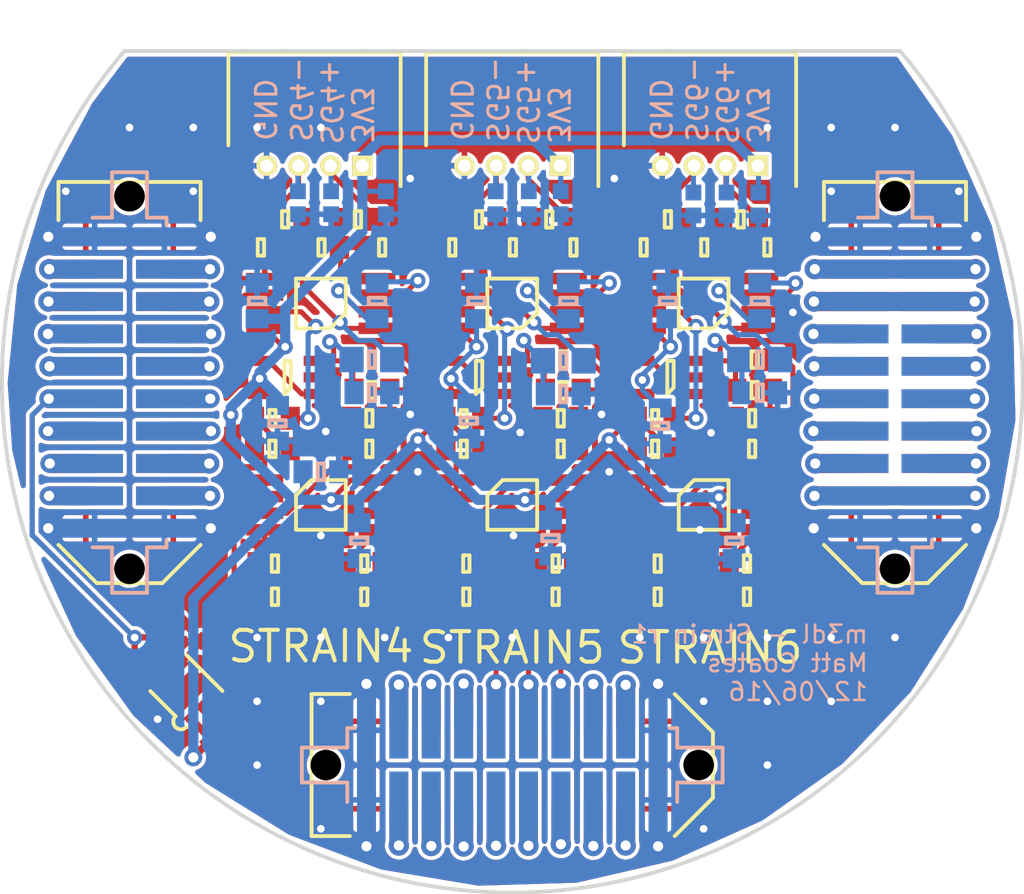
<source format=kicad_pcb>
(kicad_pcb (version 4) (host pcbnew 4.0.2+e4-6225~38~ubuntu14.04.1-stable)
  (layers (0 F.Cu signal) (31 B.Cu signal) (34 B.Paste user hide) (35 F.Paste user hide) (36 B.SilkS user hide) (37 F.SilkS user hide) (38 B.Mask user hide) (39 F.Mask user hide) (44 Edge.Cuts user))
  (net 0 "")
  (net 1 GND)
  (net 2 "Net-(C1-Pad2)")
  (net 3 "Net-(C2-Pad2)")
  (net 4 "Net-(C4-Pad2)")
  (net 5 "Net-(C5-Pad2)")
  (net 6 "Net-(C7-Pad1)")
  (net 7 "Net-(C8-Pad1)")
  (net 8 "Net-(C9-Pad1)")
  (net 9 "Net-(C9-Pad2)")
  (net 10 "Net-(C10-Pad1)")
  (net 11 "Net-(C10-Pad2)")
  (net 12 "Net-(C11-Pad1)")
  (net 13 "Net-(C12-Pad1)")
  (net 14 "Net-(C13-Pad1)")
  (net 15 /STRAIN3)
  (net 16 "Net-(C14-Pad1)")
  (net 17 /STRAIN1)
  (net 18 "Net-(C15-Pad2)")
  (net 19 "Net-(C16-Pad2)")
  (net 20 "Net-(C18-Pad1)")
  (net 21 "Net-(C19-Pad1)")
  (net 22 "Net-(C19-Pad2)")
  (net 23 "Net-(C20-Pad1)")
  (net 24 "Net-(C21-Pad1)")
  (net 25 /STRAIN2)
  (net 26 "Net-(IC1-Pad2)")
  (net 27 "Net-(IC1-Pad3)")
  (net 28 "Net-(IC1-Pad6)")
  (net 29 "Net-(IC1-Pad7)")
  (net 30 3v3)
  (net 31 "Net-(IC3-Pad2)")
  (net 32 "Net-(IC3-Pad3)")
  (net 33 "Net-(IC3-Pad6)")
  (net 34 "Net-(IC3-Pad7)")
  (net 35 "Net-(IC6-Pad2)")
  (net 36 "Net-(IC6-Pad3)")
  (net 37 "Net-(IC6-Pad6)")
  (net 38 "Net-(IC6-Pad7)")
  (net 39 /3v3_IMU)
  (net 40 /JTMS)
  (net 41 /3v3_RADIO)
  (net 42 /JTCK)
  (net 43 /3v3_FC)
  (net 44 /3v3_PYRO)
  (net 45 /JTDR)
  (net 46 /RSVD1)
  (net 47 /3v3_AUX1)
  (net 48 /5v_CAN)
  (net 49 /3v3_AUX2)
  (net 50 /CAN-)
  (net 51 /RSVD2)
  (net 52 /CAN+)
  (net 53 /PYRO_SO)
  (net 54 /PYRO_SI)
  (net 55 /5v_RADIO)
  (net 56 /PYRO1)
  (net 57 /5v_IMU)
  (net 58 /PYRO2)
  (net 59 /5v_AUX1)
  (net 60 /PYRO3)
  (net 61 /5v_AUX2)
  (net 62 /PYRO4)
  (net 63 /5v_CAM)
  (net 64 /PWR)
  (net 65 /CHARGE)
  (net 66 /JTDI)
  (net 67 /PRESSURE3)
  (net 68 /SPI1_SCK)
  (net 69 /SPI1_MISO)
  (net 70 /SPI1_MOSI)
  (net 71 /STRAIN4)
  (net 72 /PRESSURE4)
  (net 73 /STRAIN5)
  (net 74 /PRESSURE5)
  (net 75 /STRAIN6)
  (net 76 /TEMP_INT)
  (net 77 /PRESSURE1)
  (net 78 /SPI1_CS)
  (net 79 /PRESSURE2)
  (net 80 "Net-(C22-Pad1)")
  (net 81 "Net-(C26-Pad1)")
  (net 82 "Net-(C30-Pad1)")
  (net 83 /3v3_DL)
  (net 84 "Net-(C36-Pad1)")
  (net 85 "Net-(IC10-Pad2)")
  (net 86 "Net-(IC10-Pad3)")
  (net 87 /STRAIN4-)
  (net 88 /STRAIN4+)
  (net 89 /STRAIN5-)
  (net 90 /STRAIN5+)
  (net 91 /STRAIN6-)
  (net 92 /STRAIN6+)
  (module Connectors_Molex:Connector_Molex_PicoBlade_53048-0410 (layer F.Cu) (at 109.625 91.5 180)
    (fp_text reference J8 hide)
    (fp_text value S3)
    (pad 1 thru_hole rect (at 0 0 180) (size 0.8 0.8) (drill 0.5) (layers *.Cu *.Mask F.SilkS) (net 30 3v3))
    (pad 2 thru_hole oval (at 1.25 0 180) (size 0.8 0.8) (drill 0.5) (layers *.Cu *.Mask F.SilkS) (net 92 /STRAIN6+))
    (pad 3 thru_hole oval (at 2.5 0 180) (size 0.8 0.8) (drill 0.5) (layers *.Cu *.Mask F.SilkS) (net 91 /STRAIN6-))
    (pad 4 thru_hole oval (at 3.75 0 180) (size 0.8 0.8) (drill 0.5) (layers *.Cu *.Mask F.SilkS) (net 1 GND))
  )
  (module Connectors_Molex:Connector_Molex_PicoBlade_53048-0410 (layer F.Cu) (at 101.875 91.5 180)
    (fp_text reference J9 hide)
    (fp_text value S2)
    (pad 1 thru_hole rect (at 0 0 180) (size 0.8 0.8) (drill 0.5) (layers *.Cu *.Mask F.SilkS) (net 30 3v3))
    (pad 2 thru_hole oval (at 1.25 0 180) (size 0.8 0.8) (drill 0.5) (layers *.Cu *.Mask F.SilkS) (net 90 /STRAIN5+))
    (pad 3 thru_hole oval (at 2.5 0 180) (size 0.8 0.8) (drill 0.5) (layers *.Cu *.Mask F.SilkS) (net 89 /STRAIN5-))
    (pad 4 thru_hole oval (at 3.75 0 180) (size 0.8 0.8) (drill 0.5) (layers *.Cu *.Mask F.SilkS) (net 1 GND))
  )
  (module Connectors_Molex:Connector_Molex_PicoBlade_53048-0410 (layer F.Cu) (at 94.125 91.5 180)
    (fp_text reference J7 hide)
    (fp_text value S1)
    (pad 1 thru_hole rect (at 0 0 180) (size 0.8 0.8) (drill 0.5) (layers *.Cu *.Mask F.SilkS) (net 30 3v3))
    (pad 2 thru_hole oval (at 1.25 0 180) (size 0.8 0.8) (drill 0.5) (layers *.Cu *.Mask F.SilkS) (net 88 /STRAIN4+))
    (pad 3 thru_hole oval (at 2.5 0 180) (size 0.8 0.8) (drill 0.5) (layers *.Cu *.Mask F.SilkS) (net 87 /STRAIN4-))
    (pad 4 thru_hole oval (at 3.75 0 180) (size 0.8 0.8) (drill 0.5) (layers *.Cu *.Mask F.SilkS) (net 1 GND))
  )
  (module agg:MSOP-8 (layer F.Cu) (at 107.5 96.9 180)
    (fp_text reference IC1)
    (fp_text value AD8226)
    (pad 1 smd rect (at -2.2 -0.975 180) (size 1.45 0.45) (layers F.Cu F.Paste F.Mask) (net 2 "Net-(C1-Pad2)"))
    (pad 2 smd rect (at -2.2 -0.325 180) (size 1.45 0.45) (layers F.Cu F.Paste F.Mask) (net 26 "Net-(IC1-Pad2)"))
    (pad 3 smd rect (at -2.2 0.325 180) (size 1.45 0.45) (layers F.Cu F.Paste F.Mask) (net 27 "Net-(IC1-Pad3)"))
    (pad 4 smd rect (at -2.2 0.975 180) (size 1.45 0.45) (layers F.Cu F.Paste F.Mask) (net 3 "Net-(C2-Pad2)"))
    (pad 5 smd rect (at 2.2 0.975 180) (size 1.45 0.45) (layers F.Cu F.Paste F.Mask) (net 1 GND))
    (pad 6 smd rect (at 2.2 0.325 180) (size 1.45 0.45) (layers F.Cu F.Paste F.Mask) (net 28 "Net-(IC1-Pad6)"))
    (pad 7 smd rect (at 2.2 -0.325 180) (size 1.45 0.45) (layers F.Cu F.Paste F.Mask) (net 29 "Net-(IC1-Pad7)"))
    (pad 8 smd rect (at 2.2 -0.975 180) (size 1.45 0.45) (layers F.Cu F.Paste F.Mask) (net 30 3v3))
  )
  (module agg:SC-70-5 (layer F.Cu) (at 106.2 99.8 180)
    (fp_text reference IC2)
    (fp_text value AD8541)
    (pad 1 smd rect (at -1.1 -0.65 180) (size 0.95 0.4) (layers F.Cu F.Paste F.Mask) (net 28 "Net-(IC1-Pad6)"))
    (pad 2 smd rect (at -1.1 0 180) (size 0.95 0.4) (layers F.Cu F.Paste F.Mask) (net 1 GND))
    (pad 3 smd rect (at -1.1 0.65 180) (size 0.95 0.4) (layers F.Cu F.Paste F.Mask) (net 81 "Net-(C26-Pad1)"))
    (pad 4 smd rect (at 1.1 0.65 180) (size 0.95 0.4) (layers F.Cu F.Paste F.Mask) (net 28 "Net-(IC1-Pad6)"))
    (pad 5 smd rect (at 1.1 -0.65 180) (size 0.95 0.4) (layers F.Cu F.Paste F.Mask) (net 30 3v3))
  )
  (module agg:MSOP-8 (layer F.Cu) (at 92.5 96.9 180)
    (fp_text reference IC3)
    (fp_text value AD8226)
    (pad 1 smd rect (at -2.2 -0.975 180) (size 1.45 0.45) (layers F.Cu F.Paste F.Mask) (net 4 "Net-(C4-Pad2)"))
    (pad 2 smd rect (at -2.2 -0.325 180) (size 1.45 0.45) (layers F.Cu F.Paste F.Mask) (net 31 "Net-(IC3-Pad2)"))
    (pad 3 smd rect (at -2.2 0.325 180) (size 1.45 0.45) (layers F.Cu F.Paste F.Mask) (net 32 "Net-(IC3-Pad3)"))
    (pad 4 smd rect (at -2.2 0.975 180) (size 1.45 0.45) (layers F.Cu F.Paste F.Mask) (net 5 "Net-(C5-Pad2)"))
    (pad 5 smd rect (at 2.2 0.975 180) (size 1.45 0.45) (layers F.Cu F.Paste F.Mask) (net 1 GND))
    (pad 6 smd rect (at 2.2 0.325 180) (size 1.45 0.45) (layers F.Cu F.Paste F.Mask) (net 33 "Net-(IC3-Pad6)"))
    (pad 7 smd rect (at 2.2 -0.325 180) (size 1.45 0.45) (layers F.Cu F.Paste F.Mask) (net 34 "Net-(IC3-Pad7)"))
    (pad 8 smd rect (at 2.2 -0.975 180) (size 1.45 0.45) (layers F.Cu F.Paste F.Mask) (net 30 3v3))
  )
  (module agg:SC-70-5 (layer F.Cu) (at 91.2 99.8 180)
    (fp_text reference IC4)
    (fp_text value AD8541)
    (pad 1 smd rect (at -1.1 -0.65 180) (size 0.95 0.4) (layers F.Cu F.Paste F.Mask) (net 33 "Net-(IC3-Pad6)"))
    (pad 2 smd rect (at -1.1 0 180) (size 0.95 0.4) (layers F.Cu F.Paste F.Mask) (net 1 GND))
    (pad 3 smd rect (at -1.1 0.65 180) (size 0.95 0.4) (layers F.Cu F.Paste F.Mask) (net 80 "Net-(C22-Pad1)"))
    (pad 4 smd rect (at 1.1 0.65 180) (size 0.95 0.4) (layers F.Cu F.Paste F.Mask) (net 33 "Net-(IC3-Pad6)"))
    (pad 5 smd rect (at 1.1 -0.65 180) (size 0.95 0.4) (layers F.Cu F.Paste F.Mask) (net 30 3v3))
  )
  (module agg:MSOP-8 (layer F.Cu) (at 92.5 104.8)
    (fp_text reference IC5)
    (fp_text value AD8656)
    (pad 1 smd rect (at -2.2 -0.975) (size 1.45 0.45) (layers F.Cu F.Paste F.Mask) (net 11 "Net-(C10-Pad2)"))
    (pad 2 smd rect (at -2.2 -0.325) (size 1.45 0.45) (layers F.Cu F.Paste F.Mask) (net 11 "Net-(C10-Pad2)"))
    (pad 3 smd rect (at -2.2 0.325) (size 1.45 0.45) (layers F.Cu F.Paste F.Mask) (net 7 "Net-(C8-Pad1)"))
    (pad 4 smd rect (at -2.2 0.975) (size 1.45 0.45) (layers F.Cu F.Paste F.Mask) (net 1 GND))
    (pad 5 smd rect (at 2.2 0.975) (size 1.45 0.45) (layers F.Cu F.Paste F.Mask) (net 13 "Net-(C12-Pad1)"))
    (pad 6 smd rect (at 2.2 0.325) (size 1.45 0.45) (layers F.Cu F.Paste F.Mask) (net 71 /STRAIN4))
    (pad 7 smd rect (at 2.2 -0.325) (size 1.45 0.45) (layers F.Cu F.Paste F.Mask) (net 71 /STRAIN4))
    (pad 8 smd rect (at 2.2 -0.975) (size 1.45 0.45) (layers F.Cu F.Paste F.Mask) (net 30 3v3))
  )
  (module agg:MSOP-8 (layer F.Cu) (at 100 96.9 180)
    (fp_text reference IC6)
    (fp_text value AD8226)
    (pad 1 smd rect (at -2.2 -0.975 180) (size 1.45 0.45) (layers F.Cu F.Paste F.Mask) (net 18 "Net-(C15-Pad2)"))
    (pad 2 smd rect (at -2.2 -0.325 180) (size 1.45 0.45) (layers F.Cu F.Paste F.Mask) (net 35 "Net-(IC6-Pad2)"))
    (pad 3 smd rect (at -2.2 0.325 180) (size 1.45 0.45) (layers F.Cu F.Paste F.Mask) (net 36 "Net-(IC6-Pad3)"))
    (pad 4 smd rect (at -2.2 0.975 180) (size 1.45 0.45) (layers F.Cu F.Paste F.Mask) (net 19 "Net-(C16-Pad2)"))
    (pad 5 smd rect (at 2.2 0.975 180) (size 1.45 0.45) (layers F.Cu F.Paste F.Mask) (net 1 GND))
    (pad 6 smd rect (at 2.2 0.325 180) (size 1.45 0.45) (layers F.Cu F.Paste F.Mask) (net 37 "Net-(IC6-Pad6)"))
    (pad 7 smd rect (at 2.2 -0.325 180) (size 1.45 0.45) (layers F.Cu F.Paste F.Mask) (net 38 "Net-(IC6-Pad7)"))
    (pad 8 smd rect (at 2.2 -0.975 180) (size 1.45 0.45) (layers F.Cu F.Paste F.Mask) (net 30 3v3))
  )
  (module agg:SC-70-5 (layer F.Cu) (at 98.7 99.8 180)
    (fp_text reference IC7)
    (fp_text value AD8541)
    (pad 1 smd rect (at -1.1 -0.65 180) (size 0.95 0.4) (layers F.Cu F.Paste F.Mask) (net 37 "Net-(IC6-Pad6)"))
    (pad 2 smd rect (at -1.1 0 180) (size 0.95 0.4) (layers F.Cu F.Paste F.Mask) (net 1 GND))
    (pad 3 smd rect (at -1.1 0.65 180) (size 0.95 0.4) (layers F.Cu F.Paste F.Mask) (net 82 "Net-(C30-Pad1)"))
    (pad 4 smd rect (at 1.1 0.65 180) (size 0.95 0.4) (layers F.Cu F.Paste F.Mask) (net 37 "Net-(IC6-Pad6)"))
    (pad 5 smd rect (at 1.1 -0.65 180) (size 0.95 0.4) (layers F.Cu F.Paste F.Mask) (net 30 3v3))
  )
  (module agg:MSOP-8 (layer F.Cu) (at 100 104.8)
    (fp_text reference IC8)
    (fp_text value AD8656)
    (pad 1 smd rect (at -2.2 -0.975) (size 1.45 0.45) (layers F.Cu F.Paste F.Mask) (net 22 "Net-(C19-Pad2)"))
    (pad 2 smd rect (at -2.2 -0.325) (size 1.45 0.45) (layers F.Cu F.Paste F.Mask) (net 22 "Net-(C19-Pad2)"))
    (pad 3 smd rect (at -2.2 0.325) (size 1.45 0.45) (layers F.Cu F.Paste F.Mask) (net 20 "Net-(C18-Pad1)"))
    (pad 4 smd rect (at -2.2 0.975) (size 1.45 0.45) (layers F.Cu F.Paste F.Mask) (net 1 GND))
    (pad 5 smd rect (at 2.2 0.975) (size 1.45 0.45) (layers F.Cu F.Paste F.Mask) (net 23 "Net-(C20-Pad1)"))
    (pad 6 smd rect (at 2.2 0.325) (size 1.45 0.45) (layers F.Cu F.Paste F.Mask) (net 73 /STRAIN5))
    (pad 7 smd rect (at 2.2 -0.325) (size 1.45 0.45) (layers F.Cu F.Paste F.Mask) (net 73 /STRAIN5))
    (pad 8 smd rect (at 2.2 -0.975) (size 1.45 0.45) (layers F.Cu F.Paste F.Mask) (net 30 3v3))
  )
  (module agg:MSOP-8 (layer F.Cu) (at 107.5 104.8)
    (fp_text reference IC9)
    (fp_text value AD8656)
    (pad 1 smd rect (at -2.2 -0.975) (size 1.45 0.45) (layers F.Cu F.Paste F.Mask) (net 9 "Net-(C9-Pad2)"))
    (pad 2 smd rect (at -2.2 -0.325) (size 1.45 0.45) (layers F.Cu F.Paste F.Mask) (net 9 "Net-(C9-Pad2)"))
    (pad 3 smd rect (at -2.2 0.325) (size 1.45 0.45) (layers F.Cu F.Paste F.Mask) (net 6 "Net-(C7-Pad1)"))
    (pad 4 smd rect (at -2.2 0.975) (size 1.45 0.45) (layers F.Cu F.Paste F.Mask) (net 1 GND))
    (pad 5 smd rect (at 2.2 0.975) (size 1.45 0.45) (layers F.Cu F.Paste F.Mask) (net 12 "Net-(C11-Pad1)"))
    (pad 6 smd rect (at 2.2 0.325) (size 1.45 0.45) (layers F.Cu F.Paste F.Mask) (net 75 /STRAIN6))
    (pad 7 smd rect (at 2.2 -0.325) (size 1.45 0.45) (layers F.Cu F.Paste F.Mask) (net 75 /STRAIN6))
    (pad 8 smd rect (at 2.2 -0.975) (size 1.45 0.45) (layers F.Cu F.Paste F.Mask) (net 30 3v3))
  )
  (module agg:TFML-110-02-L-D (layer F.Cu) (at 85 100 270)
    (fp_text reference J1)
    (fp_text value "WEST TOP")
    (pad 1 smd rect (at -5.715 1.715 270) (size 0.74 2.92) (layers F.Cu F.Paste F.Mask) (net 1 GND))
    (pad 2 smd rect (at -5.715 -1.715 270) (size 0.74 2.92) (layers F.Cu F.Paste F.Mask) (net 1 GND))
    (pad 3 smd rect (at -4.445 1.715 270) (size 0.74 2.92) (layers F.Cu F.Paste F.Mask) (net 39 /3v3_IMU))
    (pad 4 smd rect (at -4.445 -1.715 270) (size 0.74 2.92) (layers F.Cu F.Paste F.Mask) (net 40 /JTMS))
    (pad 5 smd rect (at -3.175 1.715 270) (size 0.74 2.92) (layers F.Cu F.Paste F.Mask) (net 41 /3v3_RADIO))
    (pad 6 smd rect (at -3.175 -1.715 270) (size 0.74 2.92) (layers F.Cu F.Paste F.Mask) (net 42 /JTCK))
    (pad 7 smd rect (at -1.905 1.715 270) (size 0.74 2.92) (layers F.Cu F.Paste F.Mask) (net 43 /3v3_FC))
    (pad 8 smd rect (at -1.905 -1.715 270) (size 0.74 2.92) (layers F.Cu F.Paste F.Mask) (net 66 /JTDI))
    (pad 9 smd rect (at -0.635 1.715 270) (size 0.74 2.92) (layers F.Cu F.Paste F.Mask) (net 44 /3v3_PYRO))
    (pad 10 smd rect (at -0.635 -1.715 270) (size 0.74 2.92) (layers F.Cu F.Paste F.Mask) (net 45 /JTDR))
    (pad 11 smd rect (at 0.635 1.715 270) (size 0.74 2.92) (layers F.Cu F.Paste F.Mask) (net 83 /3v3_DL))
    (pad 12 smd rect (at 0.635 -1.715 270) (size 0.74 2.92) (layers F.Cu F.Paste F.Mask) (net 46 /RSVD1))
    (pad 13 smd rect (at 1.905 1.715 270) (size 0.74 2.92) (layers F.Cu F.Paste F.Mask) (net 47 /3v3_AUX1))
    (pad 14 smd rect (at 1.905 -1.715 270) (size 0.74 2.92) (layers F.Cu F.Paste F.Mask) (net 48 /5v_CAN))
    (pad 15 smd rect (at 3.175 1.715 270) (size 0.74 2.92) (layers F.Cu F.Paste F.Mask) (net 49 /3v3_AUX2))
    (pad 16 smd rect (at 3.175 -1.715 270) (size 0.74 2.92) (layers F.Cu F.Paste F.Mask) (net 50 /CAN-))
    (pad 17 smd rect (at 4.445 1.715 270) (size 0.74 2.92) (layers F.Cu F.Paste F.Mask) (net 51 /RSVD2))
    (pad 18 smd rect (at 4.445 -1.715 270) (size 0.74 2.92) (layers F.Cu F.Paste F.Mask) (net 52 /CAN+))
    (pad 19 smd rect (at 5.715 1.715 270) (size 0.74 2.92) (layers F.Cu F.Paste F.Mask) (net 1 GND))
    (pad 20 smd rect (at 5.715 -1.715 270) (size 0.74 2.92) (layers F.Cu F.Paste F.Mask) (net 1 GND))
  )
  (module agg:TFML-110-02-L-D (layer F.Cu) (at 115 100 270)
    (fp_text reference J2)
    (fp_text value "EAST TOP")
    (pad 1 smd rect (at -5.715 1.715 270) (size 0.74 2.92) (layers F.Cu F.Paste F.Mask) (net 1 GND))
    (pad 2 smd rect (at -5.715 -1.715 270) (size 0.74 2.92) (layers F.Cu F.Paste F.Mask) (net 1 GND))
    (pad 3 smd rect (at -4.445 1.715 270) (size 0.74 2.92) (layers F.Cu F.Paste F.Mask) (net 53 /PYRO_SO))
    (pad 4 smd rect (at -4.445 -1.715 270) (size 0.74 2.92) (layers F.Cu F.Paste F.Mask) (net 53 /PYRO_SO))
    (pad 5 smd rect (at -3.175 1.715 270) (size 0.74 2.92) (layers F.Cu F.Paste F.Mask) (net 54 /PYRO_SI))
    (pad 6 smd rect (at -3.175 -1.715 270) (size 0.74 2.92) (layers F.Cu F.Paste F.Mask) (net 54 /PYRO_SI))
    (pad 7 smd rect (at -1.905 1.715 270) (size 0.74 2.92) (layers F.Cu F.Paste F.Mask) (net 55 /5v_RADIO))
    (pad 8 smd rect (at -1.905 -1.715 270) (size 0.74 2.92) (layers F.Cu F.Paste F.Mask) (net 56 /PYRO1))
    (pad 9 smd rect (at -0.635 1.715 270) (size 0.74 2.92) (layers F.Cu F.Paste F.Mask) (net 57 /5v_IMU))
    (pad 10 smd rect (at -0.635 -1.715 270) (size 0.74 2.92) (layers F.Cu F.Paste F.Mask) (net 58 /PYRO2))
    (pad 11 smd rect (at 0.635 1.715 270) (size 0.74 2.92) (layers F.Cu F.Paste F.Mask) (net 59 /5v_AUX1))
    (pad 12 smd rect (at 0.635 -1.715 270) (size 0.74 2.92) (layers F.Cu F.Paste F.Mask) (net 60 /PYRO3))
    (pad 13 smd rect (at 1.905 1.715 270) (size 0.74 2.92) (layers F.Cu F.Paste F.Mask) (net 61 /5v_AUX2))
    (pad 14 smd rect (at 1.905 -1.715 270) (size 0.74 2.92) (layers F.Cu F.Paste F.Mask) (net 62 /PYRO4))
    (pad 15 smd rect (at 3.175 1.715 270) (size 0.74 2.92) (layers F.Cu F.Paste F.Mask) (net 63 /5v_CAM))
    (pad 16 smd rect (at 3.175 -1.715 270) (size 0.74 2.92) (layers F.Cu F.Paste F.Mask) (net 64 /PWR))
    (pad 17 smd rect (at 4.445 1.715 270) (size 0.74 2.92) (layers F.Cu F.Paste F.Mask) (net 65 /CHARGE))
    (pad 18 smd rect (at 4.445 -1.715 270) (size 0.74 2.92) (layers F.Cu F.Paste F.Mask) (net 65 /CHARGE))
    (pad 19 smd rect (at 5.715 1.715 270) (size 0.74 2.92) (layers F.Cu F.Paste F.Mask) (net 1 GND))
    (pad 20 smd rect (at 5.715 -1.715 270) (size 0.74 2.92) (layers F.Cu F.Paste F.Mask) (net 1 GND))
  )
  (module agg:SFML-110-02-L-D-LC (layer B.Cu) (at 85 100 270)
    (fp_text reference J3)
    (fp_text value "WEST BOT")
    (pad 1 smd rect (at -5.715 1.365 270) (size 0.74 2.22) (layers B.Cu B.Paste B.Mask) (net 1 GND))
    (pad 2 smd rect (at -5.715 -1.365 270) (size 0.74 2.22) (layers B.Cu B.Paste B.Mask) (net 1 GND))
    (pad 3 smd rect (at -4.445 1.365 270) (size 0.74 2.22) (layers B.Cu B.Paste B.Mask) (net 39 /3v3_IMU))
    (pad 4 smd rect (at -4.445 -1.365 270) (size 0.74 2.22) (layers B.Cu B.Paste B.Mask) (net 40 /JTMS))
    (pad 5 smd rect (at -3.175 1.365 270) (size 0.74 2.22) (layers B.Cu B.Paste B.Mask) (net 41 /3v3_RADIO))
    (pad 6 smd rect (at -3.175 -1.365 270) (size 0.74 2.22) (layers B.Cu B.Paste B.Mask) (net 42 /JTCK))
    (pad 7 smd rect (at -1.905 1.365 270) (size 0.74 2.22) (layers B.Cu B.Paste B.Mask) (net 43 /3v3_FC))
    (pad 8 smd rect (at -1.905 -1.365 270) (size 0.74 2.22) (layers B.Cu B.Paste B.Mask) (net 66 /JTDI))
    (pad 9 smd rect (at -0.635 1.365 270) (size 0.74 2.22) (layers B.Cu B.Paste B.Mask) (net 44 /3v3_PYRO))
    (pad 10 smd rect (at -0.635 -1.365 270) (size 0.74 2.22) (layers B.Cu B.Paste B.Mask) (net 45 /JTDR))
    (pad 11 smd rect (at 0.635 1.365 270) (size 0.74 2.22) (layers B.Cu B.Paste B.Mask) (net 83 /3v3_DL))
    (pad 12 smd rect (at 0.635 -1.365 270) (size 0.74 2.22) (layers B.Cu B.Paste B.Mask) (net 46 /RSVD1))
    (pad 13 smd rect (at 1.905 1.365 270) (size 0.74 2.22) (layers B.Cu B.Paste B.Mask) (net 47 /3v3_AUX1))
    (pad 14 smd rect (at 1.905 -1.365 270) (size 0.74 2.22) (layers B.Cu B.Paste B.Mask) (net 48 /5v_CAN))
    (pad 15 smd rect (at 3.175 1.365 270) (size 0.74 2.22) (layers B.Cu B.Paste B.Mask) (net 49 /3v3_AUX2))
    (pad 16 smd rect (at 3.175 -1.365 270) (size 0.74 2.22) (layers B.Cu B.Paste B.Mask) (net 50 /CAN-))
    (pad 17 smd rect (at 4.445 1.365 270) (size 0.74 2.22) (layers B.Cu B.Paste B.Mask) (net 51 /RSVD2))
    (pad 18 smd rect (at 4.445 -1.365 270) (size 0.74 2.22) (layers B.Cu B.Paste B.Mask) (net 52 /CAN+))
    (pad 19 smd rect (at 5.715 1.365 270) (size 0.74 2.22) (layers B.Cu B.Paste B.Mask) (net 1 GND))
    (pad 20 smd rect (at 5.715 -1.365 270) (size 0.74 2.22) (layers B.Cu B.Paste B.Mask) (net 1 GND))
    (pad "" np_thru_hole circle (at 7.305 0 270) (size 1.2 1.2) (drill 1.2) (layers *.Mask))
    (pad "" np_thru_hole circle (at -7.305 0 270) (size 1.2 1.2) (drill 1.2) (layers *.Mask))
  )
  (module agg:SFML-110-02-L-D-LC (layer B.Cu) (at 115 100 270)
    (fp_text reference J4)
    (fp_text value "EAST BOT")
    (pad 1 smd rect (at -5.715 1.365 270) (size 0.74 2.22) (layers B.Cu B.Paste B.Mask) (net 1 GND))
    (pad 2 smd rect (at -5.715 -1.365 270) (size 0.74 2.22) (layers B.Cu B.Paste B.Mask) (net 1 GND))
    (pad 3 smd rect (at -4.445 1.365 270) (size 0.74 2.22) (layers B.Cu B.Paste B.Mask) (net 53 /PYRO_SO))
    (pad 4 smd rect (at -4.445 -1.365 270) (size 0.74 2.22) (layers B.Cu B.Paste B.Mask) (net 53 /PYRO_SO))
    (pad 5 smd rect (at -3.175 1.365 270) (size 0.74 2.22) (layers B.Cu B.Paste B.Mask) (net 54 /PYRO_SI))
    (pad 6 smd rect (at -3.175 -1.365 270) (size 0.74 2.22) (layers B.Cu B.Paste B.Mask) (net 54 /PYRO_SI))
    (pad 7 smd rect (at -1.905 1.365 270) (size 0.74 2.22) (layers B.Cu B.Paste B.Mask) (net 55 /5v_RADIO))
    (pad 8 smd rect (at -1.905 -1.365 270) (size 0.74 2.22) (layers B.Cu B.Paste B.Mask) (net 56 /PYRO1))
    (pad 9 smd rect (at -0.635 1.365 270) (size 0.74 2.22) (layers B.Cu B.Paste B.Mask) (net 57 /5v_IMU))
    (pad 10 smd rect (at -0.635 -1.365 270) (size 0.74 2.22) (layers B.Cu B.Paste B.Mask) (net 58 /PYRO2))
    (pad 11 smd rect (at 0.635 1.365 270) (size 0.74 2.22) (layers B.Cu B.Paste B.Mask) (net 59 /5v_AUX1))
    (pad 12 smd rect (at 0.635 -1.365 270) (size 0.74 2.22) (layers B.Cu B.Paste B.Mask) (net 60 /PYRO3))
    (pad 13 smd rect (at 1.905 1.365 270) (size 0.74 2.22) (layers B.Cu B.Paste B.Mask) (net 61 /5v_AUX2))
    (pad 14 smd rect (at 1.905 -1.365 270) (size 0.74 2.22) (layers B.Cu B.Paste B.Mask) (net 62 /PYRO4))
    (pad 15 smd rect (at 3.175 1.365 270) (size 0.74 2.22) (layers B.Cu B.Paste B.Mask) (net 63 /5v_CAM))
    (pad 16 smd rect (at 3.175 -1.365 270) (size 0.74 2.22) (layers B.Cu B.Paste B.Mask) (net 64 /PWR))
    (pad 17 smd rect (at 4.445 1.365 270) (size 0.74 2.22) (layers B.Cu B.Paste B.Mask) (net 65 /CHARGE))
    (pad 18 smd rect (at 4.445 -1.365 270) (size 0.74 2.22) (layers B.Cu B.Paste B.Mask) (net 65 /CHARGE))
    (pad 19 smd rect (at 5.715 1.365 270) (size 0.74 2.22) (layers B.Cu B.Paste B.Mask) (net 1 GND))
    (pad 20 smd rect (at 5.715 -1.365 270) (size 0.74 2.22) (layers B.Cu B.Paste B.Mask) (net 1 GND))
    (pad "" np_thru_hole circle (at 7.305 0 270) (size 1.2 1.2) (drill 1.2) (layers *.Mask))
    (pad "" np_thru_hole circle (at -7.305 0 270) (size 1.2 1.2) (drill 1.2) (layers *.Mask))
  )
  (module agg:TFML-110-02-L-D (layer F.Cu) (at 100 115)
    (fp_text reference J5)
    (fp_text value "SOUTH TOP")
    (pad 1 smd rect (at -5.715 1.715) (size 0.74 2.92) (layers F.Cu F.Paste F.Mask) (net 1 GND))
    (pad 2 smd rect (at -5.715 -1.715) (size 0.74 2.92) (layers F.Cu F.Paste F.Mask) (net 1 GND))
    (pad 3 smd rect (at -4.445 1.715) (size 0.74 2.92) (layers F.Cu F.Paste F.Mask) (net 67 /PRESSURE3))
    (pad 4 smd rect (at -4.445 -1.715) (size 0.74 2.92) (layers F.Cu F.Paste F.Mask) (net 17 /STRAIN1))
    (pad 5 smd rect (at -3.175 1.715) (size 0.74 2.92) (layers F.Cu F.Paste F.Mask) (net 68 /SPI1_SCK))
    (pad 6 smd rect (at -3.175 -1.715) (size 0.74 2.92) (layers F.Cu F.Paste F.Mask) (net 25 /STRAIN2))
    (pad 7 smd rect (at -1.905 1.715) (size 0.74 2.92) (layers F.Cu F.Paste F.Mask) (net 69 /SPI1_MISO))
    (pad 8 smd rect (at -1.905 -1.715) (size 0.74 2.92) (layers F.Cu F.Paste F.Mask) (net 15 /STRAIN3))
    (pad 9 smd rect (at -0.635 1.715) (size 0.74 2.92) (layers F.Cu F.Paste F.Mask) (net 70 /SPI1_MOSI))
    (pad 10 smd rect (at -0.635 -1.715) (size 0.74 2.92) (layers F.Cu F.Paste F.Mask) (net 71 /STRAIN4))
    (pad 11 smd rect (at 0.635 1.715) (size 0.74 2.92) (layers F.Cu F.Paste F.Mask) (net 72 /PRESSURE4))
    (pad 12 smd rect (at 0.635 -1.715) (size 0.74 2.92) (layers F.Cu F.Paste F.Mask) (net 73 /STRAIN5))
    (pad 13 smd rect (at 1.905 1.715) (size 0.74 2.92) (layers F.Cu F.Paste F.Mask) (net 74 /PRESSURE5))
    (pad 14 smd rect (at 1.905 -1.715) (size 0.74 2.92) (layers F.Cu F.Paste F.Mask) (net 75 /STRAIN6))
    (pad 15 smd rect (at 3.175 1.715) (size 0.74 2.92) (layers F.Cu F.Paste F.Mask) (net 76 /TEMP_INT))
    (pad 16 smd rect (at 3.175 -1.715) (size 0.74 2.92) (layers F.Cu F.Paste F.Mask) (net 77 /PRESSURE1))
    (pad 17 smd rect (at 4.445 1.715) (size 0.74 2.92) (layers F.Cu F.Paste F.Mask) (net 78 /SPI1_CS))
    (pad 18 smd rect (at 4.445 -1.715) (size 0.74 2.92) (layers F.Cu F.Paste F.Mask) (net 79 /PRESSURE2))
    (pad 19 smd rect (at 5.715 1.715) (size 0.74 2.92) (layers F.Cu F.Paste F.Mask) (net 1 GND))
    (pad 20 smd rect (at 5.715 -1.715) (size 0.74 2.92) (layers F.Cu F.Paste F.Mask) (net 1 GND))
  )
  (module agg:SFML-110-02-L-D-LC (layer B.Cu) (at 100 115)
    (fp_text reference J6)
    (fp_text value "SOUTH BOT")
    (pad 1 smd rect (at -5.715 1.365) (size 0.74 2.22) (layers B.Cu B.Paste B.Mask) (net 1 GND))
    (pad 2 smd rect (at -5.715 -1.365) (size 0.74 2.22) (layers B.Cu B.Paste B.Mask) (net 1 GND))
    (pad 3 smd rect (at -4.445 1.365) (size 0.74 2.22) (layers B.Cu B.Paste B.Mask) (net 67 /PRESSURE3))
    (pad 4 smd rect (at -4.445 -1.365) (size 0.74 2.22) (layers B.Cu B.Paste B.Mask) (net 17 /STRAIN1))
    (pad 5 smd rect (at -3.175 1.365) (size 0.74 2.22) (layers B.Cu B.Paste B.Mask) (net 68 /SPI1_SCK))
    (pad 6 smd rect (at -3.175 -1.365) (size 0.74 2.22) (layers B.Cu B.Paste B.Mask) (net 25 /STRAIN2))
    (pad 7 smd rect (at -1.905 1.365) (size 0.74 2.22) (layers B.Cu B.Paste B.Mask) (net 69 /SPI1_MISO))
    (pad 8 smd rect (at -1.905 -1.365) (size 0.74 2.22) (layers B.Cu B.Paste B.Mask) (net 15 /STRAIN3))
    (pad 9 smd rect (at -0.635 1.365) (size 0.74 2.22) (layers B.Cu B.Paste B.Mask) (net 70 /SPI1_MOSI))
    (pad 10 smd rect (at -0.635 -1.365) (size 0.74 2.22) (layers B.Cu B.Paste B.Mask) (net 71 /STRAIN4))
    (pad 11 smd rect (at 0.635 1.365) (size 0.74 2.22) (layers B.Cu B.Paste B.Mask) (net 72 /PRESSURE4))
    (pad 12 smd rect (at 0.635 -1.365) (size 0.74 2.22) (layers B.Cu B.Paste B.Mask) (net 73 /STRAIN5))
    (pad 13 smd rect (at 1.905 1.365) (size 0.74 2.22) (layers B.Cu B.Paste B.Mask) (net 74 /PRESSURE5))
    (pad 14 smd rect (at 1.905 -1.365) (size 0.74 2.22) (layers B.Cu B.Paste B.Mask) (net 75 /STRAIN6))
    (pad 15 smd rect (at 3.175 1.365) (size 0.74 2.22) (layers B.Cu B.Paste B.Mask) (net 76 /TEMP_INT))
    (pad 16 smd rect (at 3.175 -1.365) (size 0.74 2.22) (layers B.Cu B.Paste B.Mask) (net 77 /PRESSURE1))
    (pad 17 smd rect (at 4.445 1.365) (size 0.74 2.22) (layers B.Cu B.Paste B.Mask) (net 78 /SPI1_CS))
    (pad 18 smd rect (at 4.445 -1.365) (size 0.74 2.22) (layers B.Cu B.Paste B.Mask) (net 79 /PRESSURE2))
    (pad 19 smd rect (at 5.715 1.365) (size 0.74 2.22) (layers B.Cu B.Paste B.Mask) (net 1 GND))
    (pad 20 smd rect (at 5.715 -1.365) (size 0.74 2.22) (layers B.Cu B.Paste B.Mask) (net 1 GND))
    (pad "" np_thru_hole circle (at 7.305 0) (size 1.2 1.2) (drill 1.2) (layers *.Mask))
    (pad "" np_thru_hole circle (at -7.305 0) (size 1.2 1.2) (drill 1.2) (layers *.Mask))
  )
  (module agg:0603-L (layer F.Cu) (at 101.7 108.4)
    (fp_text reference C21)
    (fp_text value 82n)
    (pad 1 smd rect (at -0.7 0) (size 0.75 0.9) (layers F.Cu F.Paste F.Mask) (net 24 "Net-(C21-Pad1)"))
    (pad 2 smd rect (at 0.7 0) (size 0.75 0.9) (layers F.Cu F.Paste F.Mask) (net 73 /STRAIN5))
  )
  (module agg:0603-L (layer F.Cu) (at 98.2 107.1 180)
    (fp_text reference C20)
    (fp_text value 8.2n)
    (pad 1 smd rect (at -0.7 0 180) (size 0.75 0.9) (layers F.Cu F.Paste F.Mask) (net 23 "Net-(C20-Pad1)"))
    (pad 2 smd rect (at 0.7 0 180) (size 0.75 0.9) (layers F.Cu F.Paste F.Mask) (net 1 GND))
  )
  (module agg:0603-L (layer F.Cu) (at 98.1 102.6 180)
    (fp_text reference C19)
    (fp_text value 82n)
    (pad 1 smd rect (at -0.7 0 180) (size 0.75 0.9) (layers F.Cu F.Paste F.Mask) (net 21 "Net-(C19-Pad1)"))
    (pad 2 smd rect (at 0.7 0 180) (size 0.75 0.9) (layers F.Cu F.Paste F.Mask) (net 22 "Net-(C19-Pad2)"))
  )
  (module agg:0603-L (layer F.Cu) (at 101.9 101.4)
    (fp_text reference C18)
    (fp_text value 8.2n)
    (pad 1 smd rect (at -0.7 0) (size 0.75 0.9) (layers F.Cu F.Paste F.Mask) (net 20 "Net-(C18-Pad1)"))
    (pad 2 smd rect (at 0.7 0) (size 0.75 0.9) (layers F.Cu F.Paste F.Mask) (net 1 GND))
  )
  (module agg:0603-L (layer F.Cu) (at 102.4 94.7)
    (fp_text reference C17)
    (fp_text value 1n)
    (pad 1 smd rect (at -0.7 0) (size 0.75 0.9) (layers F.Cu F.Paste F.Mask) (net 19 "Net-(C16-Pad2)"))
    (pad 2 smd rect (at 0.7 0) (size 0.75 0.9) (layers F.Cu F.Paste F.Mask) (net 1 GND))
  )
  (module agg:0603-L (layer F.Cu) (at 100.025 94.7)
    (fp_text reference C16)
    (fp_text value 10n)
    (pad 1 smd rect (at -0.7 0) (size 0.75 0.9) (layers F.Cu F.Paste F.Mask) (net 18 "Net-(C15-Pad2)"))
    (pad 2 smd rect (at 0.7 0) (size 0.75 0.9) (layers F.Cu F.Paste F.Mask) (net 19 "Net-(C16-Pad2)"))
  )
  (module agg:0603-L (layer F.Cu) (at 97.65 94.7)
    (fp_text reference C15)
    (fp_text value 1n)
    (pad 1 smd rect (at -0.7 0) (size 0.75 0.9) (layers F.Cu F.Paste F.Mask) (net 1 GND))
    (pad 2 smd rect (at 0.7 0) (size 0.75 0.9) (layers F.Cu F.Paste F.Mask) (net 18 "Net-(C15-Pad2)"))
  )
  (module agg:0603-L (layer F.Cu) (at 94.2 108.4)
    (fp_text reference C14)
    (fp_text value 82n)
    (pad 1 smd rect (at -0.7 0) (size 0.75 0.9) (layers F.Cu F.Paste F.Mask) (net 16 "Net-(C14-Pad1)"))
    (pad 2 smd rect (at 0.7 0) (size 0.75 0.9) (layers F.Cu F.Paste F.Mask) (net 71 /STRAIN4))
  )
  (module agg:0603-L (layer F.Cu) (at 109.2 108.4)
    (fp_text reference C13)
    (fp_text value 82n)
    (pad 1 smd rect (at -0.7 0) (size 0.75 0.9) (layers F.Cu F.Paste F.Mask) (net 14 "Net-(C13-Pad1)"))
    (pad 2 smd rect (at 0.7 0) (size 0.75 0.9) (layers F.Cu F.Paste F.Mask) (net 75 /STRAIN6))
  )
  (module agg:0603-L (layer F.Cu) (at 90.7 107.1 180)
    (fp_text reference C12)
    (fp_text value 8.2n)
    (pad 1 smd rect (at -0.7 0 180) (size 0.75 0.9) (layers F.Cu F.Paste F.Mask) (net 13 "Net-(C12-Pad1)"))
    (pad 2 smd rect (at 0.7 0 180) (size 0.75 0.9) (layers F.Cu F.Paste F.Mask) (net 1 GND))
  )
  (module agg:0603-L (layer F.Cu) (at 105.7 107.1 180)
    (fp_text reference C11)
    (fp_text value 8.2n)
    (pad 1 smd rect (at -0.7 0 180) (size 0.75 0.9) (layers F.Cu F.Paste F.Mask) (net 12 "Net-(C11-Pad1)"))
    (pad 2 smd rect (at 0.7 0 180) (size 0.75 0.9) (layers F.Cu F.Paste F.Mask) (net 1 GND))
  )
  (module agg:0603-L (layer F.Cu) (at 90.6 102.6 180)
    (fp_text reference C10)
    (fp_text value 82n)
    (pad 1 smd rect (at -0.7 0 180) (size 0.75 0.9) (layers F.Cu F.Paste F.Mask) (net 10 "Net-(C10-Pad1)"))
    (pad 2 smd rect (at 0.7 0 180) (size 0.75 0.9) (layers F.Cu F.Paste F.Mask) (net 11 "Net-(C10-Pad2)"))
  )
  (module agg:0603-L (layer F.Cu) (at 105.6 102.6 180)
    (fp_text reference C9)
    (fp_text value 82n)
    (pad 1 smd rect (at -0.7 0 180) (size 0.75 0.9) (layers F.Cu F.Paste F.Mask) (net 8 "Net-(C9-Pad1)"))
    (pad 2 smd rect (at 0.7 0 180) (size 0.75 0.9) (layers F.Cu F.Paste F.Mask) (net 9 "Net-(C9-Pad2)"))
  )
  (module agg:0603-L (layer F.Cu) (at 94.4 101.4)
    (fp_text reference C8)
    (fp_text value 8.2n)
    (pad 1 smd rect (at -0.7 0) (size 0.75 0.9) (layers F.Cu F.Paste F.Mask) (net 7 "Net-(C8-Pad1)"))
    (pad 2 smd rect (at 0.7 0) (size 0.75 0.9) (layers F.Cu F.Paste F.Mask) (net 1 GND))
  )
  (module agg:0603-L (layer F.Cu) (at 109.4 101.4)
    (fp_text reference C7)
    (fp_text value 8.2n)
    (pad 1 smd rect (at -0.7 0) (size 0.75 0.9) (layers F.Cu F.Paste F.Mask) (net 6 "Net-(C7-Pad1)"))
    (pad 2 smd rect (at 0.7 0) (size 0.75 0.9) (layers F.Cu F.Paste F.Mask) (net 1 GND))
  )
  (module agg:0603-L (layer F.Cu) (at 94.9 94.7)
    (fp_text reference C6)
    (fp_text value 1n)
    (pad 1 smd rect (at -0.7 0) (size 0.75 0.9) (layers F.Cu F.Paste F.Mask) (net 5 "Net-(C5-Pad2)"))
    (pad 2 smd rect (at 0.7 0) (size 0.75 0.9) (layers F.Cu F.Paste F.Mask) (net 1 GND))
  )
  (module agg:0603-L (layer F.Cu) (at 92.525 94.7)
    (fp_text reference C5)
    (fp_text value 10n)
    (pad 1 smd rect (at -0.7 0) (size 0.75 0.9) (layers F.Cu F.Paste F.Mask) (net 4 "Net-(C4-Pad2)"))
    (pad 2 smd rect (at 0.7 0) (size 0.75 0.9) (layers F.Cu F.Paste F.Mask) (net 5 "Net-(C5-Pad2)"))
  )
  (module agg:0603-L (layer F.Cu) (at 90.15 94.7)
    (fp_text reference C4)
    (fp_text value 1n)
    (pad 1 smd rect (at -0.7 0) (size 0.75 0.9) (layers F.Cu F.Paste F.Mask) (net 1 GND))
    (pad 2 smd rect (at 0.7 0) (size 0.75 0.9) (layers F.Cu F.Paste F.Mask) (net 4 "Net-(C4-Pad2)"))
  )
  (module agg:0603-L (layer F.Cu) (at 110 94.7)
    (fp_text reference C3)
    (fp_text value 1n)
    (pad 1 smd rect (at -0.7 0) (size 0.75 0.9) (layers F.Cu F.Paste F.Mask) (net 3 "Net-(C2-Pad2)"))
    (pad 2 smd rect (at 0.7 0) (size 0.75 0.9) (layers F.Cu F.Paste F.Mask) (net 1 GND))
  )
  (module agg:0603-L (layer F.Cu) (at 107.525 94.7)
    (fp_text reference C2)
    (fp_text value 10n)
    (pad 1 smd rect (at -0.7 0) (size 0.75 0.9) (layers F.Cu F.Paste F.Mask) (net 2 "Net-(C1-Pad2)"))
    (pad 2 smd rect (at 0.7 0) (size 0.75 0.9) (layers F.Cu F.Paste F.Mask) (net 3 "Net-(C2-Pad2)"))
  )
  (module agg:0603-L (layer F.Cu) (at 105.15 94.7)
    (fp_text reference C1)
    (fp_text value 1n)
    (pad 1 smd rect (at -0.7 0) (size 0.75 0.9) (layers F.Cu F.Paste F.Mask) (net 1 GND))
    (pad 2 smd rect (at 0.7 0) (size 0.75 0.9) (layers F.Cu F.Paste F.Mask) (net 2 "Net-(C1-Pad2)"))
  )
  (module agg:0603-L (layer F.Cu) (at 101.7 107.1 180)
    (fp_text reference R27)
    (fp_text value 17.8K)
    (pad 1 smd rect (at -0.7 0 180) (size 0.75 0.9) (layers F.Cu F.Paste F.Mask) (net 24 "Net-(C21-Pad1)"))
    (pad 2 smd rect (at 0.7 0 180) (size 0.75 0.9) (layers F.Cu F.Paste F.Mask) (net 23 "Net-(C20-Pad1)"))
  )
  (module agg:0603-L (layer F.Cu) (at 98.2 108.4)
    (fp_text reference R26)
    (fp_text value 526R)
    (pad 1 smd rect (at -0.7 0) (size 0.75 0.9) (layers F.Cu F.Paste F.Mask) (net 22 "Net-(C19-Pad2)"))
    (pad 2 smd rect (at 0.7 0) (size 0.75 0.9) (layers F.Cu F.Paste F.Mask) (net 24 "Net-(C21-Pad1)"))
  )
  (module agg:0603-L (layer F.Cu) (at 101.9 102.6)
    (fp_text reference R25)
    (fp_text value 6.04K)
    (pad 1 smd rect (at -0.7 0) (size 0.75 0.9) (layers F.Cu F.Paste F.Mask) (net 21 "Net-(C19-Pad1)"))
    (pad 2 smd rect (at 0.7 0) (size 0.75 0.9) (layers F.Cu F.Paste F.Mask) (net 20 "Net-(C18-Pad1)"))
  )
  (module agg:0603-L (layer F.Cu) (at 98.1 101.4 180)
    (fp_text reference R24)
    (fp_text value 1.69K)
    (pad 1 smd rect (at -0.7 0 180) (size 0.75 0.9) (layers F.Cu F.Paste F.Mask) (net 38 "Net-(IC6-Pad7)"))
    (pad 2 smd rect (at 0.7 0 180) (size 0.75 0.9) (layers F.Cu F.Paste F.Mask) (net 21 "Net-(C19-Pad1)"))
  )
  (module agg:0603-L (layer B.Cu) (at 102.2 96.8 270)
    (fp_text reference R23)
    (fp_text value 330)
    (pad 1 smd rect (at -0.7 0 270) (size 0.75 0.9) (layers B.Cu B.Paste B.Mask) (net 36 "Net-(IC6-Pad3)"))
    (pad 2 smd rect (at 0.7 0 270) (size 0.75 0.9) (layers B.Cu B.Paste B.Mask) (net 35 "Net-(IC6-Pad2)"))
  )
  (module agg:0603-L (layer F.Cu) (at 102 100.3 180)
    (fp_text reference R22)
    (fp_text value 10K)
    (pad 1 smd rect (at -0.7 0 180) (size 0.75 0.9) (layers F.Cu F.Paste F.Mask) (net 1 GND))
    (pad 2 smd rect (at 0.7 0 180) (size 0.75 0.9) (layers F.Cu F.Paste F.Mask) (net 82 "Net-(C30-Pad1)"))
  )
  (module agg:0603-L (layer F.Cu) (at 102 99.1)
    (fp_text reference R21)
    (fp_text value 10K)
    (pad 1 smd rect (at -0.7 0) (size 0.75 0.9) (layers F.Cu F.Paste F.Mask) (net 82 "Net-(C30-Pad1)"))
    (pad 2 smd rect (at 0.7 0) (size 0.75 0.9) (layers F.Cu F.Paste F.Mask) (net 30 3v3))
  )
  (module agg:0603-L (layer F.Cu) (at 101.45 93.6 180)
    (fp_text reference R20)
    (fp_text value 3.74K)
    (pad 1 smd rect (at -0.7 0 180) (size 0.75 0.9) (layers F.Cu F.Paste F.Mask) (net 90 /STRAIN5+))
    (pad 2 smd rect (at 0.7 0 180) (size 0.75 0.9) (layers F.Cu F.Paste F.Mask) (net 19 "Net-(C16-Pad2)"))
  )
  (module agg:0603-L (layer F.Cu) (at 98.7 93.6)
    (fp_text reference R19)
    (fp_text value 3.74K)
    (pad 1 smd rect (at -0.7 0) (size 0.75 0.9) (layers F.Cu F.Paste F.Mask) (net 89 /STRAIN5-))
    (pad 2 smd rect (at 0.7 0) (size 0.75 0.9) (layers F.Cu F.Paste F.Mask) (net 18 "Net-(C15-Pad2)"))
  )
  (module agg:0603-L (layer F.Cu) (at 94.2 107.1 180)
    (fp_text reference R18)
    (fp_text value 17.8K)
    (pad 1 smd rect (at -0.7 0 180) (size 0.75 0.9) (layers F.Cu F.Paste F.Mask) (net 16 "Net-(C14-Pad1)"))
    (pad 2 smd rect (at 0.7 0 180) (size 0.75 0.9) (layers F.Cu F.Paste F.Mask) (net 13 "Net-(C12-Pad1)"))
  )
  (module agg:0603-L (layer F.Cu) (at 109.2 107.1 180)
    (fp_text reference R17)
    (fp_text value 17.8K)
    (pad 1 smd rect (at -0.7 0 180) (size 0.75 0.9) (layers F.Cu F.Paste F.Mask) (net 14 "Net-(C13-Pad1)"))
    (pad 2 smd rect (at 0.7 0 180) (size 0.75 0.9) (layers F.Cu F.Paste F.Mask) (net 12 "Net-(C11-Pad1)"))
  )
  (module agg:0603-L (layer F.Cu) (at 90.7 108.4)
    (fp_text reference R16)
    (fp_text value 526R)
    (pad 1 smd rect (at -0.7 0) (size 0.75 0.9) (layers F.Cu F.Paste F.Mask) (net 11 "Net-(C10-Pad2)"))
    (pad 2 smd rect (at 0.7 0) (size 0.75 0.9) (layers F.Cu F.Paste F.Mask) (net 16 "Net-(C14-Pad1)"))
  )
  (module agg:0603-L (layer F.Cu) (at 105.7 108.4)
    (fp_text reference R15)
    (fp_text value 526R)
    (pad 1 smd rect (at -0.7 0) (size 0.75 0.9) (layers F.Cu F.Paste F.Mask) (net 9 "Net-(C9-Pad2)"))
    (pad 2 smd rect (at 0.7 0) (size 0.75 0.9) (layers F.Cu F.Paste F.Mask) (net 14 "Net-(C13-Pad1)"))
  )
  (module agg:0603-L (layer F.Cu) (at 94.4 102.6)
    (fp_text reference R14)
    (fp_text value 6.04K)
    (pad 1 smd rect (at -0.7 0) (size 0.75 0.9) (layers F.Cu F.Paste F.Mask) (net 10 "Net-(C10-Pad1)"))
    (pad 2 smd rect (at 0.7 0) (size 0.75 0.9) (layers F.Cu F.Paste F.Mask) (net 7 "Net-(C8-Pad1)"))
  )
  (module agg:0603-L (layer F.Cu) (at 109.4 102.6)
    (fp_text reference R13)
    (fp_text value 6.04K)
    (pad 1 smd rect (at -0.7 0) (size 0.75 0.9) (layers F.Cu F.Paste F.Mask) (net 8 "Net-(C9-Pad1)"))
    (pad 2 smd rect (at 0.7 0) (size 0.75 0.9) (layers F.Cu F.Paste F.Mask) (net 6 "Net-(C7-Pad1)"))
  )
  (module agg:0603-L (layer F.Cu) (at 90.6 101.4 180)
    (fp_text reference R12)
    (fp_text value 1.69K)
    (pad 1 smd rect (at -0.7 0 180) (size 0.75 0.9) (layers F.Cu F.Paste F.Mask) (net 34 "Net-(IC3-Pad7)"))
    (pad 2 smd rect (at 0.7 0 180) (size 0.75 0.9) (layers F.Cu F.Paste F.Mask) (net 10 "Net-(C10-Pad1)"))
  )
  (module agg:0603-L (layer F.Cu) (at 105.6 101.4 180)
    (fp_text reference R11)
    (fp_text value 1.69K)
    (pad 1 smd rect (at -0.7 0 180) (size 0.75 0.9) (layers F.Cu F.Paste F.Mask) (net 29 "Net-(IC1-Pad7)"))
    (pad 2 smd rect (at 0.7 0 180) (size 0.75 0.9) (layers F.Cu F.Paste F.Mask) (net 8 "Net-(C9-Pad1)"))
  )
  (module agg:0603-L (layer B.Cu) (at 94.7 96.8 270)
    (fp_text reference R10)
    (fp_text value 330)
    (pad 1 smd rect (at -0.7 0 270) (size 0.75 0.9) (layers B.Cu B.Paste B.Mask) (net 32 "Net-(IC3-Pad3)"))
    (pad 2 smd rect (at 0.7 0 270) (size 0.75 0.9) (layers B.Cu B.Paste B.Mask) (net 31 "Net-(IC3-Pad2)"))
  )
  (module agg:0603-L (layer B.Cu) (at 109.7 96.8 270)
    (fp_text reference R9)
    (fp_text value 330)
    (pad 1 smd rect (at -0.7 0 270) (size 0.75 0.9) (layers B.Cu B.Paste B.Mask) (net 27 "Net-(IC1-Pad3)"))
    (pad 2 smd rect (at 0.7 0 270) (size 0.75 0.9) (layers B.Cu B.Paste B.Mask) (net 26 "Net-(IC1-Pad2)"))
  )
  (module agg:0603-L (layer F.Cu) (at 94.5 100.3 180)
    (fp_text reference R8)
    (fp_text value 10K)
    (pad 1 smd rect (at -0.7 0 180) (size 0.75 0.9) (layers F.Cu F.Paste F.Mask) (net 1 GND))
    (pad 2 smd rect (at 0.7 0 180) (size 0.75 0.9) (layers F.Cu F.Paste F.Mask) (net 80 "Net-(C22-Pad1)"))
  )
  (module agg:0603-L (layer F.Cu) (at 94.5 99.1)
    (fp_text reference R7)
    (fp_text value 10K)
    (pad 1 smd rect (at -0.7 0) (size 0.75 0.9) (layers F.Cu F.Paste F.Mask) (net 80 "Net-(C22-Pad1)"))
    (pad 2 smd rect (at 0.7 0) (size 0.75 0.9) (layers F.Cu F.Paste F.Mask) (net 30 3v3))
  )
  (module agg:0603-L (layer F.Cu) (at 109.5 100.3 180)
    (fp_text reference R6)
    (fp_text value 10K)
    (pad 1 smd rect (at -0.7 0 180) (size 0.75 0.9) (layers F.Cu F.Paste F.Mask) (net 1 GND))
    (pad 2 smd rect (at 0.7 0 180) (size 0.75 0.9) (layers F.Cu F.Paste F.Mask) (net 81 "Net-(C26-Pad1)"))
  )
  (module agg:0603-L (layer F.Cu) (at 109.5 99.1)
    (fp_text reference R5)
    (fp_text value 10K)
    (pad 1 smd rect (at -0.7 0) (size 0.75 0.9) (layers F.Cu F.Paste F.Mask) (net 81 "Net-(C26-Pad1)"))
    (pad 2 smd rect (at 0.7 0) (size 0.75 0.9) (layers F.Cu F.Paste F.Mask) (net 30 3v3))
  )
  (module agg:0603-L (layer F.Cu) (at 93.95 93.6 180)
    (fp_text reference R4)
    (fp_text value 3.74K)
    (pad 1 smd rect (at -0.7 0 180) (size 0.75 0.9) (layers F.Cu F.Paste F.Mask) (net 88 /STRAIN4+))
    (pad 2 smd rect (at 0.7 0 180) (size 0.75 0.9) (layers F.Cu F.Paste F.Mask) (net 5 "Net-(C5-Pad2)"))
  )
  (module agg:0603-L (layer F.Cu) (at 91.1 93.6)
    (fp_text reference R3)
    (fp_text value 3.74K)
    (pad 1 smd rect (at -0.7 0) (size 0.75 0.9) (layers F.Cu F.Paste F.Mask) (net 87 /STRAIN4-))
    (pad 2 smd rect (at 0.7 0) (size 0.75 0.9) (layers F.Cu F.Paste F.Mask) (net 4 "Net-(C4-Pad2)"))
  )
  (module agg:0603-L (layer F.Cu) (at 108.95 93.6 180)
    (fp_text reference R2)
    (fp_text value 3.74K)
    (pad 1 smd rect (at -0.7 0 180) (size 0.75 0.9) (layers F.Cu F.Paste F.Mask) (net 92 /STRAIN6+))
    (pad 2 smd rect (at 0.7 0 180) (size 0.75 0.9) (layers F.Cu F.Paste F.Mask) (net 3 "Net-(C2-Pad2)"))
  )
  (module agg:0603-L (layer F.Cu) (at 106.1 93.6)
    (fp_text reference R1)
    (fp_text value 3.74K)
    (pad 1 smd rect (at -0.7 0) (size 0.75 0.9) (layers F.Cu F.Paste F.Mask) (net 91 /STRAIN6-))
    (pad 2 smd rect (at 0.7 0) (size 0.75 0.9) (layers F.Cu F.Paste F.Mask) (net 2 "Net-(C1-Pad2)"))
  )
  (module agg:0603-L (layer B.Cu) (at 94.5 100.4)
    (fp_text reference C22)
    (fp_text value 100n)
    (pad 1 smd rect (at -0.7 0) (size 0.75 0.9) (layers B.Cu B.Paste B.Mask) (net 80 "Net-(C22-Pad1)"))
    (pad 2 smd rect (at 0.7 0) (size 0.75 0.9) (layers B.Cu B.Paste B.Mask) (net 1 GND))
  )
  (module agg:0603-L (layer B.Cu) (at 90 96.8 90)
    (fp_text reference C23)
    (fp_text value 100n)
    (pad 1 smd rect (at -0.7 0 90) (size 0.75 0.9) (layers B.Cu B.Paste B.Mask) (net 30 3v3))
    (pad 2 smd rect (at 0.7 0 90) (size 0.75 0.9) (layers B.Cu B.Paste B.Mask) (net 1 GND))
  )
  (module agg:0603-L (layer B.Cu) (at 98.6 96.8 90)
    (fp_text reference C24)
    (fp_text value 100n)
    (pad 1 smd rect (at -0.7 0 90) (size 0.75 0.9) (layers B.Cu B.Paste B.Mask) (net 30 3v3))
    (pad 2 smd rect (at 0.7 0 90) (size 0.75 0.9) (layers B.Cu B.Paste B.Mask) (net 1 GND))
  )
  (module agg:0603-L (layer B.Cu) (at 98.3 101.5 270)
    (fp_text reference C25)
    (fp_text value 100n)
    (pad 1 smd rect (at -0.7 0 270) (size 0.75 0.9) (layers B.Cu B.Paste B.Mask) (net 30 3v3))
    (pad 2 smd rect (at 0.7 0 270) (size 0.75 0.9) (layers B.Cu B.Paste B.Mask) (net 1 GND))
  )
  (module agg:0603-L (layer B.Cu) (at 109.7 100.4)
    (fp_text reference C26)
    (fp_text value 100n)
    (pad 1 smd rect (at -0.7 0) (size 0.75 0.9) (layers B.Cu B.Paste B.Mask) (net 81 "Net-(C26-Pad1)"))
    (pad 2 smd rect (at 0.7 0) (size 0.75 0.9) (layers B.Cu B.Paste B.Mask) (net 1 GND))
  )
  (module agg:0603-L (layer B.Cu) (at 90.8 101.6 270)
    (fp_text reference C27)
    (fp_text value 100n)
    (pad 1 smd rect (at -0.7 0 270) (size 0.75 0.9) (layers B.Cu B.Paste B.Mask) (net 30 3v3))
    (pad 2 smd rect (at 0.7 0 270) (size 0.75 0.9) (layers B.Cu B.Paste B.Mask) (net 1 GND))
  )
  (module agg:0603-L (layer B.Cu) (at 101.5 106.1 270)
    (fp_text reference C28)
    (fp_text value 100n)
    (pad 1 smd rect (at -0.7 0 270) (size 0.75 0.9) (layers B.Cu B.Paste B.Mask) (net 30 3v3))
    (pad 2 smd rect (at 0.7 0 270) (size 0.75 0.9) (layers B.Cu B.Paste B.Mask) (net 1 GND))
  )
  (module agg:0603-L (layer B.Cu) (at 105.8 101.7 270)
    (fp_text reference C29)
    (fp_text value 100n)
    (pad 1 smd rect (at -0.7 0 270) (size 0.75 0.9) (layers B.Cu B.Paste B.Mask) (net 30 3v3))
    (pad 2 smd rect (at 0.7 0 270) (size 0.75 0.9) (layers B.Cu B.Paste B.Mask) (net 1 GND))
  )
  (module agg:0603-L (layer B.Cu) (at 102 100.45)
    (fp_text reference C30)
    (fp_text value 100n)
    (pad 1 smd rect (at -0.7 0) (size 0.75 0.9) (layers B.Cu B.Paste B.Mask) (net 82 "Net-(C30-Pad1)"))
    (pad 2 smd rect (at 0.7 0) (size 0.75 0.9) (layers B.Cu B.Paste B.Mask) (net 1 GND))
  )
  (module agg:0603-L (layer B.Cu) (at 92.5 103.5)
    (fp_text reference C31)
    (fp_text value 100n)
    (pad 1 smd rect (at -0.7 0) (size 0.75 0.9) (layers B.Cu B.Paste B.Mask) (net 30 3v3))
    (pad 2 smd rect (at 0.7 0) (size 0.75 0.9) (layers B.Cu B.Paste B.Mask) (net 1 GND))
  )
  (module agg:0603-L (layer B.Cu) (at 106.1 96.8 90)
    (fp_text reference C32)
    (fp_text value 100n)
    (pad 1 smd rect (at -0.7 0 90) (size 0.75 0.9) (layers B.Cu B.Paste B.Mask) (net 30 3v3))
    (pad 2 smd rect (at 0.7 0 90) (size 0.75 0.9) (layers B.Cu B.Paste B.Mask) (net 1 GND))
  )
  (module agg:0603-L (layer B.Cu) (at 108.7 106.2 270)
    (fp_text reference C33)
    (fp_text value 100n)
    (pad 1 smd rect (at -0.7 0 270) (size 0.75 0.9) (layers B.Cu B.Paste B.Mask) (net 30 3v3))
    (pad 2 smd rect (at 0.7 0 270) (size 0.75 0.9) (layers B.Cu B.Paste B.Mask) (net 1 GND))
  )
  (module agg:0603-L (layer B.Cu) (at 94 106.2 270)
    (fp_text reference C34)
    (fp_text value 10u)
    (pad 1 smd rect (at -0.7 0 270) (size 0.75 0.9) (layers B.Cu B.Paste B.Mask) (net 30 3v3))
    (pad 2 smd rect (at 0.7 0 270) (size 0.75 0.9) (layers B.Cu B.Paste B.Mask) (net 1 GND))
  )
  (module agg:0603 (layer B.Cu) (at 94.5 99.1 180)
    (fp_text reference R28)
    (fp_text value 0R)
    (pad 1 smd rect (at -0.8 0 180) (size 0.95 1) (layers B.Cu B.Paste B.Mask) (net 4 "Net-(C4-Pad2)"))
    (pad 2 smd rect (at 0.8 0 180) (size 0.95 1) (layers B.Cu B.Paste B.Mask) (net 80 "Net-(C22-Pad1)"))
  )
  (module agg:0603 (layer B.Cu) (at 109.699999 99.1 180)
    (fp_text reference R29)
    (fp_text value 0R)
    (pad 1 smd rect (at -0.8 0 180) (size 0.95 1) (layers B.Cu B.Paste B.Mask) (net 2 "Net-(C1-Pad2)"))
    (pad 2 smd rect (at 0.8 0 180) (size 0.95 1) (layers B.Cu B.Paste B.Mask) (net 81 "Net-(C26-Pad1)"))
  )
  (module agg:0603 (layer B.Cu) (at 102 99.15 180)
    (fp_text reference R30)
    (fp_text value 0R)
    (pad 1 smd rect (at -0.8 0 180) (size 0.95 1) (layers B.Cu B.Paste B.Mask) (net 18 "Net-(C15-Pad2)"))
    (pad 2 smd rect (at 0.8 0 180) (size 0.95 1) (layers B.Cu B.Paste B.Mask) (net 82 "Net-(C30-Pad1)"))
  )
  (module agg:0402 (layer B.Cu) (at 91.6 92.95 90)
    (fp_text reference D1)
    (fp_text value ESD_DIODE)
    (pad 1 smd rect (at -0.45 0 90) (size 0.62 0.62) (layers B.Cu B.Paste B.Mask) (net 1 GND))
    (pad 2 smd rect (at 0.45 0 90) (size 0.62 0.62) (layers B.Cu B.Paste B.Mask) (net 87 /STRAIN4-))
  )
  (module agg:0402 (layer B.Cu) (at 92.9 92.95 90)
    (fp_text reference D2)
    (fp_text value ESD_DIODE)
    (pad 1 smd rect (at -0.45 0 90) (size 0.62 0.62) (layers B.Cu B.Paste B.Mask) (net 1 GND))
    (pad 2 smd rect (at 0.45 0 90) (size 0.62 0.62) (layers B.Cu B.Paste B.Mask) (net 88 /STRAIN4+))
  )
  (module agg:0402 (layer B.Cu) (at 101.9 92.95 90)
    (fp_text reference D3)
    (fp_text value ESD_DIODE)
    (pad 1 smd rect (at -0.45 0 90) (size 0.62 0.62) (layers B.Cu B.Paste B.Mask) (net 1 GND))
    (pad 2 smd rect (at 0.45 0 90) (size 0.62 0.62) (layers B.Cu B.Paste B.Mask) (net 30 3v3))
  )
  (module agg:0402 (layer B.Cu) (at 99.35 92.95 90)
    (fp_text reference D4)
    (fp_text value ESD_DIODE)
    (pad 1 smd rect (at -0.45 0 90) (size 0.62 0.62) (layers B.Cu B.Paste B.Mask) (net 1 GND))
    (pad 2 smd rect (at 0.45 0 90) (size 0.62 0.62) (layers B.Cu B.Paste B.Mask) (net 89 /STRAIN5-))
  )
  (module agg:0402 (layer B.Cu) (at 100.65 92.95 90)
    (fp_text reference D5)
    (fp_text value ESD_DIODE)
    (pad 1 smd rect (at -0.45 0 90) (size 0.62 0.62) (layers B.Cu B.Paste B.Mask) (net 1 GND))
    (pad 2 smd rect (at 0.45 0 90) (size 0.62 0.62) (layers B.Cu B.Paste B.Mask) (net 90 /STRAIN5+))
  )
  (module agg:0402 (layer B.Cu) (at 95.05 92.95 90)
    (fp_text reference D6)
    (fp_text value ESD_DIODE)
    (pad 1 smd rect (at -0.45 0 90) (size 0.62 0.62) (layers B.Cu B.Paste B.Mask) (net 1 GND))
    (pad 2 smd rect (at 0.45 0 90) (size 0.62 0.62) (layers B.Cu B.Paste B.Mask) (net 30 3v3))
  )
  (module agg:0402 (layer B.Cu) (at 107.1 93 90)
    (fp_text reference D7)
    (fp_text value ESD_DIODE)
    (pad 1 smd rect (at -0.45 0 90) (size 0.62 0.62) (layers B.Cu B.Paste B.Mask) (net 1 GND))
    (pad 2 smd rect (at 0.45 0 90) (size 0.62 0.62) (layers B.Cu B.Paste B.Mask) (net 91 /STRAIN6-))
  )
  (module agg:0402 (layer B.Cu) (at 108.4 93 90)
    (fp_text reference D8)
    (fp_text value ESD_DIODE)
    (pad 1 smd rect (at -0.45 0 90) (size 0.62 0.62) (layers B.Cu B.Paste B.Mask) (net 1 GND))
    (pad 2 smd rect (at 0.45 0 90) (size 0.62 0.62) (layers B.Cu B.Paste B.Mask) (net 92 /STRAIN6+))
  )
  (module agg:0402 (layer B.Cu) (at 109.65 93 90)
    (fp_text reference D9)
    (fp_text value ESD_DIODE)
    (pad 1 smd rect (at -0.45 0 90) (size 0.62 0.62) (layers B.Cu B.Paste B.Mask) (net 1 GND))
    (pad 2 smd rect (at 0.45 0 90) (size 0.62 0.62) (layers B.Cu B.Paste B.Mask) (net 30 3v3))
  )
  (module agg:0402-L (layer F.Cu) (at 85.264466 111.264466 225)
    (fp_text reference C35)
    (fp_text value 1u)
    (pad 1 smd rect (at -0.4 0 225) (size 0.52 0.52) (layers F.Cu F.Paste F.Mask) (net 83 /3v3_DL))
    (pad 2 smd rect (at 0.4 0 225) (size 0.52 0.52) (layers F.Cu F.Paste F.Mask) (net 1 GND))
  )
  (module agg:0402-L (layer F.Cu) (at 88.092893 110.415938 315)
    (fp_text reference C36)
    (fp_text value 100n)
    (pad 1 smd rect (at -0.4 0 315) (size 0.52 0.52) (layers F.Cu F.Paste F.Mask) (net 84 "Net-(C36-Pad1)"))
    (pad 2 smd rect (at 0.4 0 315) (size 0.52 0.52) (layers F.Cu F.Paste F.Mask) (net 1 GND))
  )
  (module agg:0402-L (layer F.Cu) (at 88.375736 114.375736 315)
    (fp_text reference C37)
    (fp_text value 1u)
    (pad 1 smd rect (at -0.4 0 315) (size 0.52 0.52) (layers F.Cu F.Paste F.Mask) (net 30 3v3))
    (pad 2 smd rect (at 0.4 0 315) (size 0.52 0.52) (layers F.Cu F.Paste F.Mask) (net 1 GND))
  )
  (module agg:0402-L (layer F.Cu) (at 86.820101 109.708831 45)
    (fp_text reference R31)
    (fp_text value 10k)
    (pad 1 smd rect (at -0.4 0 45) (size 0.52 0.52) (layers F.Cu F.Paste F.Mask) (net 83 /3v3_DL))
    (pad 2 smd rect (at 0.4 0 45) (size 0.52 0.52) (layers F.Cu F.Paste F.Mask) (net 84 "Net-(C36-Pad1)"))
  )
  (module agg:0402-L (layer F.Cu) (at 89 113.7 315)
    (fp_text reference R32)
    (fp_text value 110k)
    (pad 1 smd rect (at -0.4 0 315) (size 0.52 0.52) (layers F.Cu F.Paste F.Mask) (net 85 "Net-(IC10-Pad2)"))
    (pad 2 smd rect (at 0.4 0 315) (size 0.52 0.52) (layers F.Cu F.Paste F.Mask) (net 1 GND))
  )
  (module agg:DFN-6-EP-ONSEMI (layer F.Cu) (at 87.228371 112.097 135)
    (fp_text reference IC10)
    (fp_text value NCP380)
    (pad 1 smd rect (at -0.915 -0.65 135) (size 0.47 0.4) (layers F.Cu F.Paste F.Mask) (net 30 3v3))
    (pad 2 smd rect (at -0.915 0 135) (size 0.47 0.4) (layers F.Cu F.Paste F.Mask) (net 85 "Net-(IC10-Pad2)"))
    (pad 3 smd rect (at -0.915 0.65 135) (size 0.47 0.4) (layers F.Cu F.Paste F.Mask) (net 86 "Net-(IC10-Pad3)"))
    (pad 4 smd rect (at 0.915 0.65 135) (size 0.47 0.4) (layers F.Cu F.Paste F.Mask) (net 84 "Net-(C36-Pad1)"))
    (pad 5 smd rect (at 0.915 0 135) (size 0.47 0.4) (layers F.Cu F.Paste F.Mask) (net 1 GND))
    (pad 6 smd rect (at 0.915 -0.65 135) (size 0.47 0.4) (layers F.Cu F.Paste F.Mask) (net 83 /3v3_DL))
    (pad EP smd rect (at 0 -0.35 135) (size 0.5 0.5) (layers F.Cu F.Paste) (net 1 GND))
    (pad EP smd rect (at 0 0.35 135) (size 0.5 0.5) (layers F.Cu F.Paste) (net 1 GND))
    (pad EP smd rect (at 0 0 135) (size 0.95 1.7) (layers F.Cu F.Mask) (net 1 GND))
  )
  (gr_text "m3dl - Strain r1\nMatt Coates\n12/06/16" (at 114 111) (layer B.SilkS) (effects (font (size 0.7 0.7) (thickness 0.1)) (justify left mirror)))
  (gr_text 3V3 (at 109.6 89.5 270) (layer B.SilkS) (effects (font (size 0.8 0.8) (thickness 0.12)) (justify mirror)))
  (gr_text SG6+ (at 108.4 89 270) (layer B.SilkS) (effects (font (size 0.8 0.8) (thickness 0.12)) (justify mirror)))
  (gr_text SG6- (at 107.2 88.9 270) (layer B.SilkS) (effects (font (size 0.8 0.8) (thickness 0.12)) (justify mirror)))
  (gr_text GND (at 105.8 89.3 270) (layer B.SilkS) (effects (font (size 0.8 0.8) (thickness 0.12)) (justify mirror)))
  (gr_text GND (at 98 89.3 270) (layer B.SilkS) (effects (font (size 0.8 0.8) (thickness 0.12)) (justify mirror)))
  (gr_text 3V3 (at 101.8 89.5 270) (layer B.SilkS) (effects (font (size 0.8 0.8) (thickness 0.12)) (justify mirror)))
  (gr_text SG5- (at 99.4 88.9 270) (layer B.SilkS) (effects (font (size 0.8 0.8) (thickness 0.12)) (justify mirror)))
  (gr_text SG5+ (at 100.6 89 270) (layer B.SilkS) (effects (font (size 0.8 0.8) (thickness 0.12)) (justify mirror)))
  (gr_text GND (at 90.3 89.3 270) (layer B.SilkS) (effects (font (size 0.8 0.8) (thickness 0.12)) (justify mirror)))
  (gr_text SG4- (at 91.7 88.9 270) (layer B.SilkS) (effects (font (size 0.8 0.8) (thickness 0.12)) (justify mirror)))
  (gr_text SG4+ (at 92.9 89 270) (layer B.SilkS) (effects (font (size 0.8 0.8) (thickness 0.12)) (justify mirror)))
  (gr_text 3V3 (at 94.1 89.5 270) (layer B.SilkS) (effects (font (size 0.8 0.8) (thickness 0.12)) (justify mirror)))
  (gr_text STRAIN6 (at 107.75 110.4) (layer F.SilkS) (effects (font (size 1.2 1.2) (thickness 0.16))))
  (gr_text STRAIN5 (at 100 110.4) (layer F.SilkS) (effects (font (size 1.2 1.2) (thickness 0.16))))
  (gr_text STRAIN4 (at 92.5 110.35) (layer F.SilkS) (effects (font (size 1.2 1.2) (thickness 0.16))))
  (gr_arc (start 100 100) (end 115.2 87) (angle 220.5391517) (layer Edge.Cuts) (width 0.15))
  (gr_arc (start 100 100) (end 80 100) (angle 40.53915174) (layer Edge.Cuts) (width 0.15))
  (gr_line (start 85.2 87) (end 84.8 87) (layer Edge.Cuts) (width 0.15))
  (gr_line (start 86.99 87) (end 85.2 87) (layer Edge.Cuts) (width 0.15))
  (gr_line (start 88.65 87) (end 86.99 87) (layer Edge.Cuts) (width 0.15))
  (gr_line (start 89.4 87) (end 88.65 87) (layer Edge.Cuts) (width 0.15))
  (gr_line (start 90.92 87) (end 89.4 87) (layer Edge.Cuts) (width 0.15))
  (gr_line (start 94.1 87) (end 90.92 87) (layer Edge.Cuts) (width 0.15))
  (gr_line (start 96.42 87) (end 94.1 87) (layer Edge.Cuts) (width 0.15))
  (gr_line (start 100.44 87) (end 96.42 87) (layer Edge.Cuts) (width 0.15))
  (gr_line (start 103.31 87) (end 100.44 87) (layer Edge.Cuts) (width 0.15))
  (gr_line (start 106.22 87) (end 103.31 87) (layer Edge.Cuts) (width 0.15))
  (gr_line (start 115.2 87) (end 106.22 87) (layer Edge.Cuts) (width 0.15))
  (segment (start 92.5 110) (end 95 110) (width 0.25) (layer B.Cu) (net 1))
  (segment (start 97.5 110) (end 95 110) (width 0.2) (layer B.Cu) (net 1))
  (via (at 95 110) (size 0.6) (drill 0.3) (layers F.Cu B.Cu) (net 1))
  (segment (start 100 110) (end 97.5 110) (width 0.2) (layer B.Cu) (net 1))
  (via (at 100 110) (size 0.6) (drill 0.3) (layers F.Cu B.Cu) (net 1))
  (segment (start 105 110) (end 100 110) (width 0.2) (layer B.Cu) (net 1))
  (via (at 105 110) (size 0.6) (drill 0.3) (layers F.Cu B.Cu) (net 1))
  (segment (start 107.5 110) (end 105 110) (width 0.2) (layer B.Cu) (net 1))
  (via (at 115 110) (size 0.6) (drill 0.3) (layers F.Cu B.Cu) (net 1))
  (segment (start 112.5 110) (end 115 110) (width 0.2) (layer B.Cu) (net 1))
  (via (at 112.5 110) (size 0.6) (drill 0.3) (layers F.Cu B.Cu) (net 1))
  (segment (start 110 110) (end 112.5 110) (width 0.2) (layer B.Cu) (net 1))
  (via (at 110 110) (size 0.6) (drill 0.3) (layers F.Cu B.Cu) (net 1))
  (segment (start 107.5 110) (end 110 110) (width 0.2) (layer B.Cu) (net 1))
  (segment (start 107.5 112.5) (end 107.5 110) (width 0.2) (layer B.Cu) (net 1))
  (via (at 107.5 110) (size 0.6) (drill 0.3) (layers F.Cu B.Cu) (net 1))
  (segment (start 110 112.5) (end 107.5 112.5) (width 0.2) (layer B.Cu) (net 1))
  (via (at 107.5 112.5) (size 0.6) (drill 0.3) (layers F.Cu B.Cu) (net 1))
  (via (at 112.5 112.5) (size 0.6) (drill 0.3) (layers F.Cu B.Cu) (net 1))
  (segment (start 110 112.5) (end 112.5 112.5) (width 0.2) (layer B.Cu) (net 1))
  (via (at 110 112.5) (size 0.6) (drill 0.3) (layers F.Cu B.Cu) (net 1))
  (segment (start 110 115) (end 110 112.5) (width 0.2) (layer B.Cu) (net 1))
  (via (at 110 115) (size 0.6) (drill 0.3) (layers F.Cu B.Cu) (net 1))
  (segment (start 107.5 117.5) (end 110 115) (width 0.2) (layer B.Cu) (net 1))
  (segment (start 106.815 118.185) (end 107.5 117.5) (width 0.2) (layer B.Cu) (net 1))
  (via (at 107.5 117.5) (size 0.6) (drill 0.3) (layers F.Cu B.Cu) (net 1))
  (segment (start 105.715 118.185) (end 106.815 118.185) (width 0.2) (layer B.Cu) (net 1))
  (via (at 97.5 110) (size 0.6) (drill 0.3) (layers F.Cu B.Cu) (net 1))
  (segment (start 87.203 112.097) (end 86.1 113.2) (width 0.2) (layer F.Cu) (net 1))
  (via (at 86.1 113.2) (size 0.6) (drill 0.3) (layers F.Cu B.Cu) (net 1))
  (segment (start 87.228371 112.097) (end 87.203 112.097) (width 0.2) (layer F.Cu) (net 1))
  (segment (start 86.581368 111.431368) (end 86.25 111.1) (width 0.2) (layer F.Cu) (net 1))
  (segment (start 86.581368 111.449997) (end 86.581368 111.431368) (width 0.2) (layer F.Cu) (net 1))
  (segment (start 86.581368 111.449997) (end 87.228371 112.097) (width 0.4) (layer F.Cu) (net 1))
  (via (at 92.5 117.5) (size 0.6) (drill 0.3) (layers F.Cu B.Cu) (net 1))
  (segment (start 90 115) (end 92.5 117.5) (width 0.25) (layer B.Cu) (net 1))
  (via (at 92.5 112.5) (size 0.6) (drill 0.3) (layers F.Cu B.Cu) (net 1))
  (segment (start 92.5 110) (end 92.5 112.5) (width 0.25) (layer B.Cu) (net 1))
  (via (at 90 115) (size 0.6) (drill 0.3) (layers F.Cu B.Cu) (net 1))
  (segment (start 90 112.5) (end 90 115) (width 0.25) (layer B.Cu) (net 1))
  (via (at 90 112.5) (size 0.6) (drill 0.3) (layers F.Cu B.Cu) (net 1))
  (segment (start 90 110) (end 90 112.5) (width 0.25) (layer B.Cu) (net 1))
  (via (at 90 110) (size 0.6) (drill 0.3) (layers F.Cu B.Cu) (net 1))
  (segment (start 92.5 110) (end 90 110) (width 0.25) (layer B.Cu) (net 1))
  (segment (start 94.285 111.785) (end 92.5 110) (width 0.25) (layer F.Cu) (net 1))
  (via (at 92.5 110) (size 0.6) (drill 0.3) (layers F.Cu B.Cu) (net 1))
  (segment (start 94.285 111.815) (end 94.285 111.785) (width 0.25) (layer F.Cu) (net 1))
  (via (at 111 97.25) (size 0.6) (drill 0.3) (layers F.Cu B.Cu) (net 1))
  (segment (start 111 97.975002) (end 111 97.25) (width 0.2) (layer F.Cu) (net 1))
  (segment (start 110.2 100.3) (end 109.625 100.3) (width 0.2) (layer F.Cu) (net 1))
  (segment (start 109.55 100.225) (end 109.55 98.474998) (width 0.2) (layer F.Cu) (net 1))
  (segment (start 109.625 100.3) (end 109.55 100.225) (width 0.2) (layer F.Cu) (net 1))
  (segment (start 109.55 98.474998) (end 109.624999 98.399999) (width 0.2) (layer F.Cu) (net 1))
  (segment (start 109.624999 98.399999) (end 110.575003 98.399999) (width 0.2) (layer F.Cu) (net 1))
  (segment (start 110.575003 98.399999) (end 111 97.975002) (width 0.2) (layer F.Cu) (net 1))
  (segment (start 110.1 101.4) (end 110.1 100.4) (width 0.2) (layer F.Cu) (net 1))
  (segment (start 110.1 100.4) (end 110.2 100.3) (width 0.2) (layer F.Cu) (net 1))
  (segment (start 102.6 101.4) (end 103.25 101.4) (width 0.2) (layer F.Cu) (net 1))
  (segment (start 103.25 101.4) (end 103.35 101.4) (width 0.2) (layer F.Cu) (net 1))
  (segment (start 103.8 103.5) (end 103.8 103.075736) (width 0.2) (layer F.Cu) (net 1))
  (segment (start 103.8 103.075736) (end 103.225001 102.500737) (width 0.2) (layer F.Cu) (net 1))
  (segment (start 103.225001 102.500737) (end 103.225001 101.424999) (width 0.2) (layer F.Cu) (net 1))
  (segment (start 103.225001 101.424999) (end 103.25 101.4) (width 0.2) (layer F.Cu) (net 1))
  (segment (start 96.3 103.5) (end 96.3 103.064002) (width 0.2) (layer F.Cu) (net 1))
  (segment (start 96.3 103.064002) (end 95.749999 102.514001) (width 0.2) (layer F.Cu) (net 1))
  (segment (start 95.749999 102.514001) (end 95.749999 101.400001) (width 0.2) (layer F.Cu) (net 1))
  (segment (start 95.749999 101.400001) (end 95.75 101.4) (width 0.2) (layer F.Cu) (net 1))
  (segment (start 95.1 101.4) (end 95.75 101.4) (width 0.2) (layer F.Cu) (net 1))
  (segment (start 95.75 101.4) (end 95.85 101.4) (width 0.2) (layer F.Cu) (net 1))
  (segment (start 90.3 105.775) (end 92.275 105.775) (width 0.2) (layer F.Cu) (net 1))
  (segment (start 92.275 105.775) (end 92.5 106) (width 0.2) (layer F.Cu) (net 1))
  (via (at 92.5 106) (size 0.6) (drill 0.3) (layers F.Cu B.Cu) (net 1))
  (segment (start 103.35 101.4) (end 103.5 101.25) (width 0.2) (layer F.Cu) (net 1))
  (via (at 103.5 101.25) (size 0.6) (drill 0.3) (layers F.Cu B.Cu) (net 1))
  (via (at 103.8 103.5) (size 0.6) (drill 0.3) (layers F.Cu B.Cu) (net 1))
  (segment (start 95.85 101.4) (end 96 101.25) (width 0.2) (layer F.Cu) (net 1))
  (via (at 96 101.25) (size 0.6) (drill 0.3) (layers F.Cu B.Cu) (net 1))
  (segment (start 117.5 92.5) (end 115 90) (width 0.2) (layer F.Cu) (net 1))
  (segment (start 112.5 90) (end 115 90) (width 0.2) (layer F.Cu) (net 1))
  (segment (start 112.5 90) (end 112.5 92.5) (width 0.2) (layer F.Cu) (net 1))
  (segment (start 110 90) (end 112.5 90) (width 0.2) (layer F.Cu) (net 1))
  (segment (start 112.5 92.5) (end 111.885 93.115) (width 0.2) (layer F.Cu) (net 1))
  (segment (start 111.885 93.115) (end 111.885 94.285) (width 0.2) (layer F.Cu) (net 1))
  (segment (start 103.1 94.7) (end 103.1 92.9) (width 0.2) (layer F.Cu) (net 1))
  (segment (start 103.1 92.9) (end 104 92) (width 0.2) (layer F.Cu) (net 1))
  (segment (start 96 92) (end 96 94.3) (width 0.2) (layer F.Cu) (net 1))
  (segment (start 96 94.3) (end 95.6 94.7) (width 0.2) (layer F.Cu) (net 1))
  (segment (start 87.5 90) (end 87.5 92.5) (width 0.2) (layer B.Cu) (net 1))
  (segment (start 90 90) (end 92.5 90) (width 0.2) (layer B.Cu) (net 1))
  (segment (start 87.5 90) (end 90 90) (width 0.2) (layer B.Cu) (net 1))
  (segment (start 85 90) (end 87.5 90) (width 0.2) (layer B.Cu) (net 1))
  (segment (start 82.5 92.5) (end 85 90) (width 0.2) (layer B.Cu) (net 1))
  (segment (start 81.815 94.285) (end 81.815 93.185) (width 0.2) (layer B.Cu) (net 1))
  (segment (start 81.815 93.185) (end 82.5 92.5) (width 0.2) (layer B.Cu) (net 1))
  (via (at 104 92) (size 0.6) (drill 0.3) (layers F.Cu B.Cu) (net 1))
  (via (at 96 92) (size 0.6) (drill 0.3) (layers F.Cu B.Cu) (net 1))
  (via (at 117.5 92.5) (size 0.6) (drill 0.3) (layers F.Cu B.Cu) (net 1))
  (via (at 115 90) (size 0.6) (drill 0.3) (layers F.Cu B.Cu) (net 1))
  (via (at 112.5 92.5) (size 0.6) (drill 0.3) (layers F.Cu B.Cu) (net 1))
  (via (at 112.5 90) (size 0.6) (drill 0.3) (layers F.Cu B.Cu) (net 1))
  (via (at 110 90) (size 0.6) (drill 0.3) (layers F.Cu B.Cu) (net 1))
  (via (at 92.5 90) (size 0.6) (drill 0.3) (layers F.Cu B.Cu) (net 1))
  (via (at 90 90) (size 0.6) (drill 0.3) (layers F.Cu B.Cu) (net 1))
  (via (at 85 90) (size 0.6) (drill 0.3) (layers F.Cu B.Cu) (net 1))
  (via (at 87.5 90) (size 0.6) (drill 0.3) (layers F.Cu B.Cu) (net 1))
  (via (at 87.5 92.5) (size 0.6) (drill 0.3) (layers F.Cu B.Cu) (net 1))
  (via (at 82.5 92.5) (size 0.6) (drill 0.3) (layers F.Cu B.Cu) (net 1))
  (segment (start 99.825 105.775) (end 100.05 106) (width 0.2) (layer F.Cu) (net 1))
  (via (at 100.05 106) (size 0.6) (drill 0.3) (layers F.Cu B.Cu) (net 1))
  (segment (start 97.8 105.775) (end 99.825 105.775) (width 0.2) (layer F.Cu) (net 1))
  (via (at 96.3 103.5) (size 0.6) (drill 0.3) (layers F.Cu B.Cu) (net 1))
  (segment (start 100.35 101.01) (end 100.35 101.92) (width 0.2) (layer F.Cu) (net 1))
  (segment (start 100.35 101.92) (end 100.31 101.96) (width 0.2) (layer F.Cu) (net 1))
  (via (at 100.31 101.96) (size 0.6) (drill 0.3) (layers F.Cu B.Cu) (net 1))
  (segment (start 100.59 100.77) (end 100.35 101.01) (width 0.2) (layer F.Cu) (net 1))
  (segment (start 100.59 99.85) (end 100.59 100.77) (width 0.2) (layer F.Cu) (net 1))
  (segment (start 100.54 99.8) (end 100.59 99.85) (width 0.2) (layer F.Cu) (net 1))
  (segment (start 99.8 99.8) (end 100.54 99.8) (width 0.2) (layer F.Cu) (net 1))
  (segment (start 107.8 101.05) (end 107.8 101.96) (width 0.2) (layer F.Cu) (net 1))
  (segment (start 107.8 101.96) (end 107.79 101.97) (width 0.2) (layer F.Cu) (net 1))
  (via (at 107.79 101.97) (size 0.6) (drill 0.3) (layers F.Cu B.Cu) (net 1))
  (segment (start 108.09 100.76) (end 107.8 101.05) (width 0.2) (layer F.Cu) (net 1))
  (segment (start 108.09 99.87) (end 108.09 100.76) (width 0.2) (layer F.Cu) (net 1))
  (segment (start 108.02 99.8) (end 108.09 99.87) (width 0.2) (layer F.Cu) (net 1))
  (segment (start 107.3 99.8) (end 108.02 99.8) (width 0.2) (layer F.Cu) (net 1))
  (via (at 107.355 105.775) (size 0.6) (drill 0.3) (layers F.Cu B.Cu) (net 1))
  (segment (start 105.3 105.775) (end 107.355 105.775) (width 0.2) (layer F.Cu) (net 1))
  (segment (start 92.73 101.13) (end 92.73 101.88) (width 0.2) (layer F.Cu) (net 1))
  (segment (start 92.73 101.88) (end 92.69 101.92) (width 0.2) (layer F.Cu) (net 1))
  (via (at 92.69 101.92) (size 0.6) (drill 0.3) (layers F.Cu B.Cu) (net 1))
  (segment (start 93.14 100.72) (end 92.73 101.13) (width 0.2) (layer F.Cu) (net 1))
  (segment (start 93.14 100.06) (end 93.14 100.72) (width 0.2) (layer F.Cu) (net 1))
  (segment (start 92.88 99.8) (end 93.14 100.06) (width 0.2) (layer F.Cu) (net 1))
  (segment (start 92.3 99.8) (end 92.88 99.8) (width 0.2) (layer F.Cu) (net 1))
  (segment (start 116.365 94.285) (end 113.635 94.285) (width 0.74) (layer B.Cu) (net 1))
  (segment (start 116.365 94.285) (end 118.185 94.285) (width 0.74) (layer B.Cu) (net 1))
  (segment (start 113.635 94.285) (end 111.885 94.285) (width 0.74) (layer B.Cu) (net 1))
  (segment (start 116.365 105.715) (end 113.635 105.715) (width 0.74) (layer B.Cu) (net 1))
  (segment (start 116.365 105.715) (end 118.185 105.715) (width 0.74) (layer B.Cu) (net 1))
  (segment (start 111.815 105.715) (end 113.635 105.715) (width 0.74) (layer B.Cu) (net 1))
  (segment (start 105.715 113.635) (end 105.715 116.365) (width 0.74) (layer B.Cu) (net 1))
  (segment (start 94.285 113.635) (end 94.285 116.365) (width 0.74) (layer B.Cu) (net 1))
  (segment (start 94.285 116.365) (end 94.285 118.185) (width 0.74) (layer B.Cu) (net 1))
  (segment (start 105.715 116.365) (end 105.715 118.185) (width 0.74) (layer B.Cu) (net 1))
  (segment (start 105.715 113.635) (end 105.715 111.815) (width 0.74) (layer B.Cu) (net 1))
  (segment (start 94.285 111.815) (end 94.285 113.635) (width 0.74) (layer B.Cu) (net 1))
  (segment (start 94.285 113.285) (end 94.285 116.715) (width 0.74) (layer F.Cu) (net 1))
  (via (at 94.285 111.815) (size 0.8) (drill 0.4) (layers F.Cu B.Cu) (net 1))
  (segment (start 94.285 113.285) (end 94.285 111.815) (width 0.74) (layer F.Cu) (net 1))
  (via (at 105.715 111.815) (size 0.8) (drill 0.4) (layers F.Cu B.Cu) (net 1))
  (segment (start 105.715 113.285) (end 105.715 111.815) (width 0.74) (layer F.Cu) (net 1))
  (segment (start 105.715 116.715) (end 105.715 113.285) (width 0.74) (layer F.Cu) (net 1))
  (via (at 105.715 118.185) (size 0.8) (drill 0.4) (layers F.Cu B.Cu) (net 1))
  (segment (start 105.715 116.715) (end 105.715 118.185) (width 0.74) (layer F.Cu) (net 1))
  (via (at 94.285 118.185) (size 0.8) (drill 0.4) (layers F.Cu B.Cu) (net 1))
  (segment (start 94.285 116.715) (end 94.285 118.185) (width 0.74) (layer F.Cu) (net 1))
  (segment (start 113.285 105.715) (end 116.715 105.715) (width 0.74) (layer F.Cu) (net 1))
  (segment (start 116.715 94.285) (end 113.285 94.285) (width 0.74) (layer F.Cu) (net 1))
  (via (at 118.185 94.285) (size 0.8) (drill 0.4) (layers F.Cu B.Cu) (net 1))
  (segment (start 116.715 94.285) (end 118.185 94.285) (width 0.74) (layer F.Cu) (net 1))
  (via (at 118.185 105.715) (size 0.8) (drill 0.4) (layers F.Cu B.Cu) (net 1))
  (segment (start 116.715 105.715) (end 118.185 105.715) (width 0.74) (layer F.Cu) (net 1))
  (via (at 111.815 105.715) (size 0.8) (drill 0.4) (layers F.Cu B.Cu) (net 1))
  (segment (start 113.285 105.715) (end 111.815 105.715) (width 0.74) (layer F.Cu) (net 1))
  (via (at 111.885 94.285) (size 0.8) (drill 0.4) (layers F.Cu B.Cu) (net 1))
  (segment (start 113.285 94.285) (end 111.885 94.285) (width 0.74) (layer F.Cu) (net 1))
  (segment (start 83.635 105.715) (end 81.815 105.715) (width 0.74) (layer B.Cu) (net 1))
  (segment (start 86.365 105.715) (end 83.635 105.715) (width 0.74) (layer B.Cu) (net 1))
  (segment (start 86.365 105.715) (end 88.185 105.715) (width 0.74) (layer B.Cu) (net 1))
  (segment (start 83.635 94.285) (end 81.815 94.285) (width 0.74) (layer B.Cu) (net 1))
  (segment (start 86.365 94.285) (end 88.185 94.285) (width 0.74) (layer B.Cu) (net 1))
  (segment (start 86.365 94.285) (end 83.635 94.285) (width 0.74) (layer B.Cu) (net 1))
  (segment (start 86.715 94.285) (end 83.285 94.285) (width 0.74) (layer F.Cu) (net 1))
  (segment (start 86.715 105.715) (end 83.285 105.715) (width 0.74) (layer F.Cu) (net 1))
  (via (at 88.185 105.715) (size 0.8) (drill 0.4) (layers F.Cu B.Cu) (net 1))
  (segment (start 86.715 105.715) (end 88.185 105.715) (width 0.74) (layer F.Cu) (net 1))
  (via (at 88.185 94.285) (size 0.8) (drill 0.4) (layers F.Cu B.Cu) (net 1))
  (segment (start 86.715 94.285) (end 88.185 94.285) (width 0.74) (layer F.Cu) (net 1))
  (via (at 81.815 105.715) (size 0.7) (drill 0.4) (layers F.Cu B.Cu) (net 1))
  (segment (start 83.285 105.715) (end 81.815 105.715) (width 0.74) (layer F.Cu) (net 1))
  (via (at 81.815 94.285) (size 0.8) (drill 0.4) (layers F.Cu B.Cu) (net 1))
  (segment (start 83.285 94.285) (end 81.815 94.285) (width 0.74) (layer F.Cu) (net 1))
  (segment (start 108.3 97.6) (end 108.825001 98.125001) (width 0.2) (layer B.Cu) (net 2))
  (segment (start 108.825001 98.125001) (end 109.55 98.125001) (width 0.2) (layer B.Cu) (net 2))
  (segment (start 109.55 98.125001) (end 110.499999 99.075) (width 0.2) (layer B.Cu) (net 2))
  (segment (start 110.499999 99.075) (end 110.499999 99.1) (width 0.2) (layer B.Cu) (net 2))
  (segment (start 108.3 97.6) (end 106.775 96.075) (width 0.2) (layer F.Cu) (net 2))
  (segment (start 109.7 97.875) (end 108.575 97.875) (width 0.2) (layer F.Cu) (net 2))
  (segment (start 108.575 97.875) (end 108.3 97.6) (width 0.2) (layer F.Cu) (net 2))
  (via (at 108.3 97.6) (size 0.6) (drill 0.3) (layers F.Cu B.Cu) (net 2))
  (segment (start 106.775 96.075) (end 106.775 94.7) (width 0.2) (layer F.Cu) (net 2))
  (segment (start 106.775 94.7) (end 106.85 94.625) (width 0.2) (layer F.Cu) (net 2))
  (segment (start 106.85 94.625) (end 106.85 93.6) (width 0.2) (layer F.Cu) (net 2))
  (segment (start 106.775 94.7) (end 105.9 94.7) (width 0.2) (layer F.Cu) (net 2))
  (segment (start 108.2 93.6) (end 108.2 94.625) (width 0.2) (layer F.Cu) (net 3))
  (segment (start 108.2 94.625) (end 108.275 94.7) (width 0.2) (layer F.Cu) (net 3))
  (segment (start 109.25 94.7) (end 108.275 94.7) (width 0.2) (layer F.Cu) (net 3))
  (segment (start 108.625 95.925) (end 108.275 95.575) (width 0.2) (layer F.Cu) (net 3))
  (segment (start 108.275 95.575) (end 108.275 94.7) (width 0.2) (layer F.Cu) (net 3))
  (segment (start 109.7 95.925) (end 108.625 95.925) (width 0.2) (layer F.Cu) (net 3))
  (segment (start 93.25 97.65) (end 93.949999 98.349999) (width 0.2) (layer B.Cu) (net 4))
  (segment (start 94.574999 98.349999) (end 95.3 99.075) (width 0.2) (layer B.Cu) (net 4))
  (segment (start 95.3 99.075) (end 95.3 99.1) (width 0.2) (layer B.Cu) (net 4))
  (segment (start 93.949999 98.349999) (end 94.574999 98.349999) (width 0.2) (layer B.Cu) (net 4))
  (segment (start 93.25 97.65) (end 91.775 96.175) (width 0.2) (layer F.Cu) (net 4))
  (segment (start 93.475 97.875) (end 93.25 97.65) (width 0.2) (layer F.Cu) (net 4))
  (via (at 93.25 97.65) (size 0.6) (drill 0.3) (layers F.Cu B.Cu) (net 4))
  (segment (start 94.7 97.875) (end 93.475 97.875) (width 0.2) (layer F.Cu) (net 4))
  (segment (start 91.775 96.175) (end 91.775 94.7) (width 0.2) (layer F.Cu) (net 4))
  (segment (start 91.775 94.7) (end 90.9 94.7) (width 0.2) (layer F.Cu) (net 4))
  (segment (start 91.85 93.6) (end 91.85 94.625) (width 0.2) (layer F.Cu) (net 4))
  (segment (start 91.85 94.625) (end 91.775 94.7) (width 0.2) (layer F.Cu) (net 4))
  (segment (start 93.275 94.7) (end 94.15 94.7) (width 0.2) (layer F.Cu) (net 5))
  (segment (start 93.2 93.6) (end 93.2 94.625) (width 0.2) (layer F.Cu) (net 5))
  (segment (start 93.725 95.925) (end 93.275 95.475) (width 0.2) (layer F.Cu) (net 5))
  (segment (start 93.275 95.475) (end 93.275 94.7) (width 0.2) (layer F.Cu) (net 5))
  (segment (start 94.7 95.925) (end 93.725 95.925) (width 0.2) (layer F.Cu) (net 5))
  (segment (start 93.2 94.625) (end 93.275 94.7) (width 0.2) (layer F.Cu) (net 5))
  (segment (start 110.1 102.6) (end 109.9 102.6) (width 0.2) (layer F.Cu) (net 6))
  (segment (start 109.9 102.6) (end 108.7 101.4) (width 0.2) (layer F.Cu) (net 6))
  (segment (start 106.275 105.125) (end 108.099999 103.300001) (width 0.2) (layer F.Cu) (net 6))
  (segment (start 108.099999 103.300001) (end 109.474999 103.300001) (width 0.2) (layer F.Cu) (net 6))
  (segment (start 110.1 102.675) (end 110.1 102.6) (width 0.2) (layer F.Cu) (net 6))
  (segment (start 109.474999 103.300001) (end 110.1 102.675) (width 0.2) (layer F.Cu) (net 6))
  (segment (start 105.3 105.125) (end 106.275 105.125) (width 0.2) (layer F.Cu) (net 6))
  (segment (start 91.175 105.125) (end 92.999999 103.300001) (width 0.2) (layer F.Cu) (net 7))
  (segment (start 92.999999 103.300001) (end 94.474999 103.300001) (width 0.2) (layer F.Cu) (net 7))
  (segment (start 94.474999 103.300001) (end 95.1 102.675) (width 0.2) (layer F.Cu) (net 7))
  (segment (start 95.1 102.675) (end 95.1 102.6) (width 0.2) (layer F.Cu) (net 7))
  (segment (start 93.7 101.4) (end 93.9 101.4) (width 0.2) (layer F.Cu) (net 7))
  (segment (start 93.9 101.4) (end 95.1 102.6) (width 0.2) (layer F.Cu) (net 7))
  (segment (start 91.175 105.125) (end 90.3 105.125) (width 0.2) (layer F.Cu) (net 7))
  (segment (start 106.3 102.6) (end 106.1 102.6) (width 0.2) (layer F.Cu) (net 8))
  (segment (start 106.1 102.6) (end 104.9 101.4) (width 0.2) (layer F.Cu) (net 8))
  (segment (start 106.35 102.6) (end 108.65 102.6) (width 0.2) (layer F.Cu) (net 8))
  (segment (start 106.35 102.55) (end 106.35 102.6) (width 0.2) (layer F.Cu) (net 8))
  (segment (start 104 104.8) (end 104.325 104.475) (width 0.2) (layer F.Cu) (net 9))
  (segment (start 104.325 104.475) (end 105.3 104.475) (width 0.2) (layer F.Cu) (net 9))
  (segment (start 104 108) (end 104 104.8) (width 0.2) (layer F.Cu) (net 9))
  (segment (start 104.4 108.4) (end 104 108) (width 0.2) (layer F.Cu) (net 9))
  (segment (start 104.95 108.4) (end 104.4 108.4) (width 0.2) (layer F.Cu) (net 9))
  (segment (start 105.3 103.825) (end 105.3 103.05) (width 0.2) (layer F.Cu) (net 9))
  (segment (start 105.3 103.05) (end 104.85 102.6) (width 0.2) (layer F.Cu) (net 9))
  (segment (start 105.3 104.475) (end 105.3 103.825) (width 0.2) (layer F.Cu) (net 9))
  (segment (start 91.3 102.6) (end 91.1 102.6) (width 0.2) (layer F.Cu) (net 10))
  (segment (start 91.1 102.6) (end 89.9 101.4) (width 0.2) (layer F.Cu) (net 10))
  (segment (start 93.65 102.6) (end 91.35 102.6) (width 0.2) (layer F.Cu) (net 10))
  (segment (start 90.3 103.825) (end 90.3 103.05) (width 0.2) (layer F.Cu) (net 11))
  (segment (start 90.3 103.05) (end 89.85 102.6) (width 0.2) (layer F.Cu) (net 11))
  (segment (start 89.95 108.4) (end 89.4 108.4) (width 0.2) (layer F.Cu) (net 11))
  (segment (start 89.4 108.4) (end 89.1 108.1) (width 0.2) (layer F.Cu) (net 11))
  (segment (start 89.1 108.1) (end 89.1 104.9) (width 0.2) (layer F.Cu) (net 11))
  (segment (start 89.1 104.9) (end 89.525 104.475) (width 0.2) (layer F.Cu) (net 11))
  (segment (start 89.525 104.475) (end 90.3 104.475) (width 0.2) (layer F.Cu) (net 11))
  (segment (start 90.3 104.475) (end 90.3 103.825) (width 0.2) (layer F.Cu) (net 11))
  (segment (start 90.3 103.825) (end 90.3 103.65) (width 0.2) (layer F.Cu) (net 11))
  (segment (start 108.45 107.1) (end 108.45 107.025) (width 0.2) (layer F.Cu) (net 12))
  (segment (start 108.45 107.025) (end 109.7 105.775) (width 0.2) (layer F.Cu) (net 12))
  (segment (start 106.45 107.1) (end 108.45 107.1) (width 0.2) (layer F.Cu) (net 12))
  (segment (start 93.45 107.1) (end 94.7 105.85) (width 0.2) (layer F.Cu) (net 13))
  (segment (start 94.7 105.85) (end 94.7 105.775) (width 0.2) (layer F.Cu) (net 13))
  (segment (start 91.45 107.1) (end 93.45 107.1) (width 0.2) (layer F.Cu) (net 13))
  (segment (start 108.45 108.4) (end 108.65 108.4) (width 0.2) (layer F.Cu) (net 14))
  (segment (start 108.65 108.4) (end 109.95 107.1) (width 0.2) (layer F.Cu) (net 14))
  (segment (start 106.45 108.4) (end 108.45 108.4) (width 0.2) (layer F.Cu) (net 14))
  (segment (start 98.095 111.805) (end 98.095 111.605) (width 0.2) (layer F.Cu) (net 15))
  (segment (start 98.095 111.805) (end 98.095 113.635) (width 0.74) (layer B.Cu) (net 15))
  (via (at 98.095 111.805) (size 0.8) (drill 0.4) (layers F.Cu B.Cu) (net 15))
  (segment (start 98.095 113.285) (end 98.095 111.805) (width 0.74) (layer F.Cu) (net 15))
  (segment (start 91.45 108.4) (end 93.45 108.4) (width 0.2) (layer F.Cu) (net 16))
  (segment (start 93.45 108.4) (end 93.65 108.4) (width 0.2) (layer F.Cu) (net 16))
  (segment (start 93.65 108.4) (end 94.95 107.1) (width 0.2) (layer F.Cu) (net 16))
  (segment (start 95.555 111.845) (end 95.555 113.635) (width 0.74) (layer B.Cu) (net 17))
  (via (at 95.555 111.845) (size 0.8) (drill 0.4) (layers F.Cu B.Cu) (net 17))
  (segment (start 95.555 113.285) (end 95.555 111.845) (width 0.74) (layer F.Cu) (net 17))
  (segment (start 100.85 97.65) (end 101.325001 98.125001) (width 0.2) (layer B.Cu) (net 18))
  (segment (start 101.325001 98.125001) (end 101.800001 98.125001) (width 0.2) (layer B.Cu) (net 18))
  (segment (start 101.800001 98.125001) (end 102.8 99.125) (width 0.2) (layer B.Cu) (net 18))
  (segment (start 102.8 99.125) (end 102.8 99.15) (width 0.2) (layer B.Cu) (net 18))
  (segment (start 100.85 97.65) (end 99.275 96.075) (width 0.2) (layer F.Cu) (net 18))
  (segment (start 101.075 97.875) (end 100.85 97.65) (width 0.2) (layer F.Cu) (net 18))
  (via (at 100.85 97.65) (size 0.6) (drill 0.3) (layers F.Cu B.Cu) (net 18))
  (segment (start 102.2 97.875) (end 101.075 97.875) (width 0.2) (layer F.Cu) (net 18))
  (segment (start 99.275 96.075) (end 99.275 94.7) (width 0.2) (layer F.Cu) (net 18))
  (segment (start 99.275 94.7) (end 98.4 94.7) (width 0.2) (layer F.Cu) (net 18))
  (segment (start 99.45 93.6) (end 99.45 94.525) (width 0.2) (layer F.Cu) (net 18))
  (segment (start 99.45 94.525) (end 99.275 94.7) (width 0.2) (layer F.Cu) (net 18))
  (segment (start 101.225 95.925) (end 100.775 95.475) (width 0.2) (layer F.Cu) (net 19))
  (segment (start 100.775 95.475) (end 100.775 94.7) (width 0.2) (layer F.Cu) (net 19))
  (segment (start 102.2 95.925) (end 101.225 95.925) (width 0.2) (layer F.Cu) (net 19))
  (segment (start 101.65 94.7) (end 100.775 94.7) (width 0.2) (layer F.Cu) (net 19))
  (segment (start 100.7 93.6) (end 100.7 94.625) (width 0.2) (layer F.Cu) (net 19))
  (segment (start 100.7 94.625) (end 100.775 94.7) (width 0.2) (layer F.Cu) (net 19))
  (segment (start 102.6 102.6) (end 102.4 102.6) (width 0.2) (layer F.Cu) (net 20))
  (segment (start 102.4 102.6) (end 101.2 101.4) (width 0.2) (layer F.Cu) (net 20))
  (segment (start 98.775 105.125) (end 100.550001 103.349999) (width 0.2) (layer F.Cu) (net 20))
  (segment (start 100.550001 103.349999) (end 101.925001 103.349999) (width 0.2) (layer F.Cu) (net 20))
  (segment (start 101.925001 103.349999) (end 102.6 102.675) (width 0.2) (layer F.Cu) (net 20))
  (segment (start 102.6 102.675) (end 102.6 102.6) (width 0.2) (layer F.Cu) (net 20))
  (segment (start 97.8 105.125) (end 98.775 105.125) (width 0.2) (layer F.Cu) (net 20))
  (segment (start 98.8 102.6) (end 98.6 102.6) (width 0.2) (layer F.Cu) (net 21))
  (segment (start 98.6 102.6) (end 97.4 101.4) (width 0.2) (layer F.Cu) (net 21))
  (segment (start 98.85 102.6) (end 101.15 102.6) (width 0.2) (layer F.Cu) (net 21))
  (segment (start 98.85 102.55) (end 98.85 102.6) (width 0.2) (layer F.Cu) (net 21))
  (segment (start 96.5 104.9) (end 96.925 104.475) (width 0.2) (layer F.Cu) (net 22))
  (segment (start 96.925 104.475) (end 97.8 104.475) (width 0.2) (layer F.Cu) (net 22))
  (segment (start 96.5 108) (end 96.5 104.9) (width 0.2) (layer F.Cu) (net 22))
  (segment (start 96.9 108.4) (end 96.5 108) (width 0.2) (layer F.Cu) (net 22))
  (segment (start 97.45 108.4) (end 96.9 108.4) (width 0.2) (layer F.Cu) (net 22))
  (segment (start 97.8 103.825) (end 97.8 103.05) (width 0.2) (layer F.Cu) (net 22))
  (segment (start 97.8 103.05) (end 97.35 102.6) (width 0.2) (layer F.Cu) (net 22))
  (segment (start 97.8 104.475) (end 97.8 103.825) (width 0.2) (layer F.Cu) (net 22))
  (segment (start 100.95 107.1) (end 100.95 107.025) (width 0.2) (layer F.Cu) (net 23))
  (segment (start 100.95 107.025) (end 102.2 105.775) (width 0.2) (layer F.Cu) (net 23))
  (segment (start 98.95 107.1) (end 100.95 107.1) (width 0.2) (layer F.Cu) (net 23))
  (segment (start 100.95 108.4) (end 101.15 108.4) (width 0.2) (layer F.Cu) (net 24))
  (segment (start 101.15 108.4) (end 102.45 107.1) (width 0.2) (layer F.Cu) (net 24))
  (segment (start 100.95 108.4) (end 98.95 108.4) (width 0.2) (layer F.Cu) (net 24))
  (segment (start 96.825 111.825) (end 96.825 113.635) (width 0.74) (layer B.Cu) (net 25))
  (via (at 96.825 111.825) (size 0.8) (drill 0.4) (layers F.Cu B.Cu) (net 25))
  (segment (start 96.825 113.285) (end 96.825 111.825) (width 0.74) (layer F.Cu) (net 25))
  (segment (start 108.1 96.4) (end 108.925 97.225) (width 0.2) (layer F.Cu) (net 26))
  (segment (start 108.925 97.225) (end 109.7 97.225) (width 0.2) (layer F.Cu) (net 26))
  (segment (start 109.25 97.55) (end 108.1 96.4) (width 0.2) (layer B.Cu) (net 26))
  (via (at 108.1 96.4) (size 0.6) (drill 0.3) (layers F.Cu B.Cu) (net 26))
  (segment (start 109.7 97.55) (end 109.25 97.55) (width 0.2) (layer B.Cu) (net 26))
  (segment (start 111.1 96.1) (end 109.75 96.1) (width 0.2) (layer B.Cu) (net 27))
  (segment (start 109.75 96.1) (end 109.7 96.05) (width 0.2) (layer B.Cu) (net 27))
  (segment (start 111.1 96.2) (end 111.1 96.1) (width 0.2) (layer F.Cu) (net 27))
  (via (at 111.1 96.1) (size 0.6) (drill 0.3) (layers F.Cu B.Cu) (net 27))
  (segment (start 110.725 96.575) (end 111.1 96.2) (width 0.2) (layer F.Cu) (net 27))
  (segment (start 109.7 96.575) (end 110.725 96.575) (width 0.2) (layer F.Cu) (net 27))
  (segment (start 106.75 100.45) (end 105.45 99.15) (width 0.2) (layer F.Cu) (net 28))
  (segment (start 105.45 99.15) (end 105.1 99.15) (width 0.2) (layer F.Cu) (net 28))
  (segment (start 107.3 100.45) (end 106.75 100.45) (width 0.2) (layer F.Cu) (net 28))
  (segment (start 104.2 96.8) (end 104.425 96.575) (width 0.2) (layer F.Cu) (net 28))
  (segment (start 104.425 96.575) (end 105.3 96.575) (width 0.2) (layer F.Cu) (net 28))
  (segment (start 104.2 99) (end 104.2 96.8) (width 0.2) (layer F.Cu) (net 28))
  (segment (start 104.35 99.15) (end 104.2 99) (width 0.2) (layer F.Cu) (net 28))
  (segment (start 105.1 99.15) (end 104.35 99.15) (width 0.2) (layer F.Cu) (net 28))
  (segment (start 105.3 97.225) (end 106.625 97.225) (width 0.2) (layer F.Cu) (net 29))
  (segment (start 106.625 97.225) (end 107.2 97.8) (width 0.2) (layer F.Cu) (net 29))
  (via (at 107.2 97.8) (size 0.6) (drill 0.3) (layers F.Cu B.Cu) (net 29))
  (segment (start 107.2 101.4) (end 107.2 97.8) (width 0.2) (layer B.Cu) (net 29))
  (segment (start 107 101.4) (end 107.2 101.4) (width 0.2) (layer F.Cu) (net 29))
  (via (at 107.2 101.4) (size 0.6) (drill 0.3) (layers F.Cu B.Cu) (net 29))
  (segment (start 106.35 101.4) (end 107 101.4) (width 0.2) (layer F.Cu) (net 29))
  (segment (start 91.4 104.6) (end 91.8 104.2) (width 0.25) (layer B.Cu) (net 30))
  (segment (start 91.8 104.2) (end 91.8 103.5) (width 0.25) (layer B.Cu) (net 30))
  (segment (start 87.5 114.7) (end 87.5 108.5) (width 0.4) (layer B.Cu) (net 30))
  (segment (start 87.5 108.5) (end 91.4 104.6) (width 0.4) (layer B.Cu) (net 30))
  (segment (start 88.092893 114.107107) (end 87.5 114.7) (width 0.3) (layer F.Cu) (net 30))
  (via (at 87.5 114.7) (size 0.7) (drill 0.4) (layers F.Cu B.Cu) (net 30))
  (segment (start 88.092893 114.092893) (end 88.092893 114.107107) (width 0.3) (layer F.Cu) (net 30))
  (segment (start 88.092893 114.092893) (end 88.092893 113.880761) (width 0.3) (layer F.Cu) (net 30))
  (segment (start 88.092893 113.880761) (end 87.415754 113.203622) (width 0.3) (layer F.Cu) (net 30))
  (segment (start 109.65 92.55) (end 109.65 91.525) (width 0.2) (layer B.Cu) (net 30))
  (segment (start 109.65 91.525) (end 109.625 91.5) (width 0.2) (layer B.Cu) (net 30))
  (segment (start 101.9 92.5) (end 101.9 91.525) (width 0.2) (layer B.Cu) (net 30))
  (segment (start 101.9 91.525) (end 101.875 91.5) (width 0.2) (layer B.Cu) (net 30))
  (segment (start 94.125 93.375) (end 94.125 92.5) (width 0.4) (layer B.Cu) (net 30))
  (segment (start 94.125 92.5) (end 94.125 91.5) (width 0.4) (layer B.Cu) (net 30))
  (segment (start 95.05 92.5) (end 94.125 92.5) (width 0.2) (layer B.Cu) (net 30))
  (segment (start 91.1 97.1) (end 94.125 94.075) (width 0.4) (layer B.Cu) (net 30))
  (segment (start 94.125 94.075) (end 94.125 93.375) (width 0.4) (layer B.Cu) (net 30))
  (segment (start 91.1 97.5) (end 91.1 97.1) (width 0.4) (layer B.Cu) (net 30))
  (segment (start 91.4 104.6) (end 90.2 103.4) (width 0.4) (layer B.Cu) (net 30))
  (segment (start 90.2 103.4) (end 88.97 102.17) (width 0.4) (layer B.Cu) (net 30))
  (segment (start 108.1 104.5) (end 108.1 104.9) (width 0.2) (layer B.Cu) (net 30))
  (segment (start 108.1 104.9) (end 108.7 105.5) (width 0.2) (layer B.Cu) (net 30))
  (segment (start 105.1 99.9) (end 105.1 100.3) (width 0.2) (layer B.Cu) (net 30))
  (segment (start 105.1 100.3) (end 105.8 101) (width 0.2) (layer B.Cu) (net 30))
  (segment (start 106.2 98.6) (end 106.2 97.6) (width 0.2) (layer B.Cu) (net 30))
  (segment (start 106.2 97.6) (end 106.1 97.5) (width 0.2) (layer B.Cu) (net 30))
  (segment (start 101.5 105.4) (end 101.5 104.625) (width 0.4) (layer B.Cu) (net 30))
  (segment (start 101.5 104.625) (end 101.475 104.6) (width 0.4) (layer B.Cu) (net 30))
  (segment (start 101.475 104.6) (end 101.45 104.6) (width 0.4) (layer B.Cu) (net 30))
  (segment (start 98.3 100.8) (end 98.3 100.55) (width 0.2) (layer B.Cu) (net 30))
  (segment (start 98.3 100.55) (end 97.6 99.85) (width 0.2) (layer B.Cu) (net 30))
  (segment (start 98.6 97.5) (end 98.6 98.6) (width 0.2) (layer B.Cu) (net 30))
  (segment (start 93.95 104.6) (end 94 104.65) (width 0.4) (layer B.Cu) (net 30))
  (segment (start 94 104.65) (end 94 105.5) (width 0.4) (layer B.Cu) (net 30))
  (segment (start 91.1 97.5) (end 91.1 98.6) (width 0.4) (layer B.Cu) (net 30))
  (segment (start 90 97.5) (end 90.85 97.5) (width 0.4) (layer B.Cu) (net 30))
  (segment (start 90.85 97.5) (end 91.1 97.5) (width 0.4) (layer B.Cu) (net 30))
  (segment (start 90.8 100.9) (end 90.8 100.55) (width 0.4) (layer B.Cu) (net 30))
  (segment (start 90.8 100.55) (end 90.1 99.85) (width 0.4) (layer B.Cu) (net 30))
  (segment (start 92.9 104.6) (end 91.4 104.6) (width 0.4) (layer B.Cu) (net 30))
  (segment (start 88.97 102.17) (end 88.97 101.694264) (width 0.4) (layer B.Cu) (net 30))
  (segment (start 88.97 101.694264) (end 88.97 101.27) (width 0.4) (layer B.Cu) (net 30))
  (segment (start 106.2 98.6) (end 105.2 99.6) (width 0.2) (layer B.Cu) (net 30))
  (segment (start 105.1 99.9) (end 105.1 99.7) (width 0.2) (layer B.Cu) (net 30))
  (segment (start 105.1 99.7) (end 105.2 99.6) (width 0.2) (layer B.Cu) (net 30))
  (segment (start 105.1 99.9) (end 105.1 100.45) (width 0.2) (layer F.Cu) (net 30))
  (segment (start 97.6 99.85) (end 97.6 99.6) (width 0.2) (layer B.Cu) (net 30))
  (segment (start 97.6 100.45) (end 97.6 99.85) (width 0.2) (layer F.Cu) (net 30))
  (segment (start 90.1 99.85) (end 90.1 99.6) (width 0.4) (layer B.Cu) (net 30))
  (segment (start 90.1 99.6) (end 91.1 98.6) (width 0.4) (layer B.Cu) (net 30))
  (segment (start 88.97 101.27) (end 88.97 100.98) (width 0.4) (layer B.Cu) (net 30))
  (segment (start 88.97 100.98) (end 90.1 99.85) (width 0.4) (layer B.Cu) (net 30))
  (segment (start 104.2 101.85) (end 104.2 100.6) (width 0.2) (layer F.Cu) (net 30))
  (segment (start 104.2 100.6) (end 104.35 100.45) (width 0.2) (layer F.Cu) (net 30))
  (segment (start 103.8 102.25) (end 104.2 101.85) (width 0.2) (layer F.Cu) (net 30))
  (segment (start 103.8 102.25) (end 106.05 104.5) (width 0.4) (layer B.Cu) (net 30))
  (segment (start 106.05 104.5) (end 108.1 104.5) (width 0.4) (layer B.Cu) (net 30))
  (segment (start 100.5 104.6) (end 101.45 104.6) (width 0.4) (layer B.Cu) (net 30))
  (segment (start 101.45 104.6) (end 103.8 102.25) (width 0.4) (layer B.Cu) (net 30))
  (segment (start 96.3 102.25) (end 96.75 101.8) (width 0.2) (layer F.Cu) (net 30))
  (segment (start 96.75 101.8) (end 96.75 100.45) (width 0.2) (layer F.Cu) (net 30))
  (segment (start 96.3 102.25) (end 98.65 104.6) (width 0.4) (layer B.Cu) (net 30))
  (segment (start 98.65 104.6) (end 100.5 104.6) (width 0.4) (layer B.Cu) (net 30))
  (segment (start 92.9 104.6) (end 93.95 104.6) (width 0.4) (layer B.Cu) (net 30))
  (segment (start 93.95 104.6) (end 96.3 102.25) (width 0.4) (layer B.Cu) (net 30))
  (segment (start 100.875 90.5) (end 108.625 90.5) (width 0.4) (layer B.Cu) (net 30))
  (segment (start 108.625 90.5) (end 109.625 91.5) (width 0.4) (layer B.Cu) (net 30))
  (segment (start 94.8 90.5) (end 100.875 90.5) (width 0.4) (layer B.Cu) (net 30))
  (segment (start 100.875 90.5) (end 101.875 91.5) (width 0.4) (layer B.Cu) (net 30))
  (segment (start 94.125 91.175) (end 94.8 90.5) (width 0.4) (layer B.Cu) (net 30))
  (segment (start 94.125 91.5) (end 94.125 91.175) (width 0.4) (layer B.Cu) (net 30))
  (segment (start 111 99.4) (end 110.7 99.1) (width 0.2) (layer F.Cu) (net 30))
  (segment (start 110.7 99.1) (end 110.25 99.1) (width 0.2) (layer F.Cu) (net 30))
  (segment (start 111 103.2) (end 111 99.4) (width 0.2) (layer F.Cu) (net 30))
  (segment (start 110.375 103.825) (end 111 103.2) (width 0.2) (layer F.Cu) (net 30))
  (segment (start 109.7 103.825) (end 110.375 103.825) (width 0.2) (layer F.Cu) (net 30))
  (segment (start 95.25 99.1) (end 95.4 99.1) (width 0.2) (layer F.Cu) (net 30))
  (segment (start 95.4 99.1) (end 96.75 100.45) (width 0.2) (layer F.Cu) (net 30))
  (segment (start 103 99.1) (end 104.35 100.45) (width 0.2) (layer F.Cu) (net 30))
  (segment (start 102.75 99.1) (end 103 99.1) (width 0.2) (layer F.Cu) (net 30))
  (via (at 103.8 102.25) (size 0.6) (drill 0.3) (layers F.Cu B.Cu) (net 30))
  (segment (start 105.1 100.45) (end 104.35 100.45) (width 0.2) (layer F.Cu) (net 30))
  (via (at 108.1 104.5) (size 0.6) (drill 0.3) (layers F.Cu B.Cu) (net 30))
  (segment (start 108.775 103.825) (end 108.1 104.5) (width 0.2) (layer F.Cu) (net 30))
  (segment (start 109.7 103.825) (end 108.775 103.825) (width 0.2) (layer F.Cu) (net 30))
  (via (at 100.5 104.6) (size 0.6) (drill 0.3) (layers F.Cu B.Cu) (net 30))
  (segment (start 101.275 103.825) (end 100.5 104.6) (width 0.2) (layer F.Cu) (net 30))
  (segment (start 102.2 103.825) (end 101.275 103.825) (width 0.2) (layer F.Cu) (net 30))
  (via (at 96.3 102.25) (size 0.6) (drill 0.3) (layers F.Cu B.Cu) (net 30))
  (segment (start 97.6 100.45) (end 96.75 100.45) (width 0.2) (layer F.Cu) (net 30))
  (segment (start 97.6 99.6) (end 98.6 98.6) (width 0.2) (layer B.Cu) (net 30))
  (via (at 97.6 99.85) (size 0.6) (drill 0.3) (layers F.Cu B.Cu) (net 30))
  (via (at 105.1 99.9) (size 0.6) (drill 0.3) (layers F.Cu B.Cu) (net 30))
  (segment (start 105.475 97.875) (end 106.2 98.6) (width 0.2) (layer F.Cu) (net 30))
  (via (at 106.2 98.6) (size 0.6) (drill 0.3) (layers F.Cu B.Cu) (net 30))
  (segment (start 105.3 97.875) (end 105.475 97.875) (width 0.2) (layer F.Cu) (net 30))
  (segment (start 97.875 97.875) (end 98.6 98.6) (width 0.2) (layer F.Cu) (net 30))
  (via (at 98.6 98.6) (size 0.6) (drill 0.3) (layers F.Cu B.Cu) (net 30))
  (segment (start 97.8 97.875) (end 97.875 97.875) (width 0.2) (layer F.Cu) (net 30))
  (segment (start 93.675 103.825) (end 92.9 104.6) (width 0.2) (layer F.Cu) (net 30))
  (via (at 92.9 104.6) (size 0.6) (drill 0.3) (layers F.Cu B.Cu) (net 30))
  (segment (start 94.7 103.825) (end 93.675 103.825) (width 0.2) (layer F.Cu) (net 30))
  (segment (start 88.97 100.93) (end 89.45 100.45) (width 0.2) (layer F.Cu) (net 30))
  (segment (start 89.45 100.45) (end 90.1 100.45) (width 0.2) (layer F.Cu) (net 30))
  (segment (start 88.97 101.27) (end 88.97 100.93) (width 0.2) (layer F.Cu) (net 30))
  (segment (start 91.1 98.6) (end 91.025 98.6) (width 0.2) (layer F.Cu) (net 30))
  (segment (start 91.025 98.6) (end 90.3 97.875) (width 0.2) (layer F.Cu) (net 30))
  (via (at 91.1 98.6) (size 0.6) (drill 0.3) (layers F.Cu B.Cu) (net 30))
  (segment (start 90.1 99.9) (end 90.1 99.8) (width 0.2) (layer F.Cu) (net 30))
  (via (at 90.1 99.85) (size 0.6) (drill 0.3) (layers F.Cu B.Cu) (net 30))
  (segment (start 90.1 100.45) (end 90.1 99.9) (width 0.2) (layer F.Cu) (net 30))
  (via (at 88.97 101.27) (size 0.6) (drill 0.3) (layers F.Cu B.Cu) (net 30))
  (segment (start 94.7 97.55) (end 94.35 97.55) (width 0.2) (layer B.Cu) (net 31))
  (segment (start 94.35 97.55) (end 93.2 96.4) (width 0.2) (layer B.Cu) (net 31))
  (segment (start 94.7 97.225) (end 94.025 97.225) (width 0.2) (layer F.Cu) (net 31))
  (segment (start 94.025 97.225) (end 93.2 96.4) (width 0.2) (layer F.Cu) (net 31))
  (via (at 93.2 96.4) (size 0.6) (drill 0.3) (layers F.Cu B.Cu) (net 31))
  (segment (start 96.3 96) (end 96.25 96.05) (width 0.2) (layer B.Cu) (net 32))
  (segment (start 96.25 96.05) (end 94.7 96.05) (width 0.2) (layer B.Cu) (net 32))
  (segment (start 95.725 96.575) (end 96.3 96) (width 0.2) (layer F.Cu) (net 32))
  (via (at 96.3 96) (size 0.6) (drill 0.3) (layers F.Cu B.Cu) (net 32))
  (segment (start 94.7 96.575) (end 95.725 96.575) (width 0.2) (layer F.Cu) (net 32))
  (segment (start 89.3 98.9) (end 89.55 99.15) (width 0.2) (layer F.Cu) (net 33))
  (segment (start 89.55 99.15) (end 90.1 99.15) (width 0.2) (layer F.Cu) (net 33))
  (segment (start 89.3 96.8) (end 89.3 98.9) (width 0.2) (layer F.Cu) (net 33))
  (segment (start 89.525 96.575) (end 89.3 96.8) (width 0.2) (layer F.Cu) (net 33))
  (segment (start 90.3 96.575) (end 89.525 96.575) (width 0.2) (layer F.Cu) (net 33))
  (segment (start 91.75 100.45) (end 90.45 99.15) (width 0.2) (layer F.Cu) (net 33))
  (segment (start 90.45 99.15) (end 90.1 99.15) (width 0.2) (layer F.Cu) (net 33))
  (segment (start 92.3 100.45) (end 91.75 100.45) (width 0.2) (layer F.Cu) (net 33))
  (segment (start 92 101.4) (end 92 98.1) (width 0.2) (layer B.Cu) (net 34))
  (segment (start 92 98.1) (end 92.3 97.8) (width 0.2) (layer B.Cu) (net 34))
  (via (at 92 101.4) (size 0.6) (drill 0.3) (layers F.Cu B.Cu) (net 34))
  (segment (start 91.35 101.4) (end 92 101.4) (width 0.2) (layer F.Cu) (net 34))
  (via (at 92.3 97.8) (size 0.6) (drill 0.3) (layers F.Cu B.Cu) (net 34))
  (segment (start 91.725 97.225) (end 92.3 97.8) (width 0.2) (layer F.Cu) (net 34))
  (segment (start 91.125 97.225) (end 91.725 97.225) (width 0.2) (layer F.Cu) (net 34))
  (segment (start 90.3 97.225) (end 91.125 97.225) (width 0.2) (layer F.Cu) (net 34))
  (segment (start 102.2 97.55) (end 101.75 97.55) (width 0.2) (layer B.Cu) (net 35))
  (segment (start 101.75 97.55) (end 100.6 96.4) (width 0.2) (layer B.Cu) (net 35))
  (segment (start 102.2 97.225) (end 101.425 97.225) (width 0.2) (layer F.Cu) (net 35))
  (segment (start 101.425 97.225) (end 100.6 96.4) (width 0.2) (layer F.Cu) (net 35))
  (via (at 100.6 96.4) (size 0.6) (drill 0.3) (layers F.Cu B.Cu) (net 35))
  (segment (start 103.8 96.1) (end 103.75 96.05) (width 0.2) (layer B.Cu) (net 36))
  (segment (start 103.75 96.05) (end 102.2 96.05) (width 0.2) (layer B.Cu) (net 36))
  (segment (start 103.325 96.575) (end 103.8 96.1) (width 0.2) (layer F.Cu) (net 36))
  (via (at 103.8 96.1) (size 0.6) (drill 0.3) (layers F.Cu B.Cu) (net 36))
  (segment (start 102.2 96.575) (end 103.325 96.575) (width 0.2) (layer F.Cu) (net 36))
  (segment (start 99.25 100.45) (end 97.95 99.15) (width 0.2) (layer F.Cu) (net 37))
  (segment (start 97.95 99.15) (end 97.6 99.15) (width 0.2) (layer F.Cu) (net 37))
  (segment (start 99.8 100.45) (end 99.25 100.45) (width 0.2) (layer F.Cu) (net 37))
  (segment (start 96.7 96.8) (end 96.925 96.575) (width 0.2) (layer F.Cu) (net 37))
  (segment (start 96.925 96.575) (end 97.8 96.575) (width 0.2) (layer F.Cu) (net 37))
  (segment (start 96.7 98.9) (end 96.7 96.8) (width 0.2) (layer F.Cu) (net 37))
  (segment (start 96.95 99.15) (end 96.7 98.9) (width 0.2) (layer F.Cu) (net 37))
  (segment (start 97.6 99.15) (end 96.95 99.15) (width 0.2) (layer F.Cu) (net 37))
  (segment (start 99.7 101.4) (end 98.85 101.4) (width 0.2) (layer F.Cu) (net 38))
  (via (at 99.7 101.4) (size 0.6) (drill 0.3) (layers F.Cu B.Cu) (net 38))
  (segment (start 99.7 98) (end 99.7 101.4) (width 0.2) (layer B.Cu) (net 38))
  (segment (start 99.8 97.9) (end 99.7 98) (width 0.2) (layer B.Cu) (net 38))
  (via (at 99.8 97.9) (size 0.6) (drill 0.3) (layers F.Cu B.Cu) (net 38))
  (segment (start 99.125 97.225) (end 99.8 97.9) (width 0.2) (layer F.Cu) (net 38))
  (segment (start 97.8 97.225) (end 99.125 97.225) (width 0.2) (layer F.Cu) (net 38))
  (segment (start 83.635 95.555) (end 81.855 95.555) (width 0.74) (layer B.Cu) (net 39))
  (via (at 81.855 95.555) (size 0.8) (drill 0.4) (layers F.Cu B.Cu) (net 39))
  (segment (start 83.285 95.555) (end 81.855 95.555) (width 0.74) (layer F.Cu) (net 39))
  (segment (start 86.365 95.555) (end 88.155 95.555) (width 0.74) (layer B.Cu) (net 40))
  (via (at 88.155 95.555) (size 0.8) (drill 0.4) (layers F.Cu B.Cu) (net 40))
  (segment (start 86.715 95.555) (end 88.155 95.555) (width 0.74) (layer F.Cu) (net 40))
  (segment (start 83.635 96.825) (end 81.825 96.825) (width 0.74) (layer B.Cu) (net 41))
  (via (at 81.825 96.825) (size 0.8) (drill 0.4) (layers F.Cu B.Cu) (net 41))
  (segment (start 83.285 96.825) (end 81.825 96.825) (width 0.74) (layer F.Cu) (net 41))
  (segment (start 86.365 96.825) (end 88.125 96.825) (width 0.74) (layer B.Cu) (net 42))
  (via (at 88.125 96.825) (size 0.8) (drill 0.4) (layers F.Cu B.Cu) (net 42))
  (segment (start 86.715 96.825) (end 88.125 96.825) (width 0.74) (layer F.Cu) (net 42))
  (segment (start 83.635 98.095) (end 81.805 98.095) (width 0.74) (layer B.Cu) (net 43))
  (via (at 81.805 98.095) (size 0.8) (drill 0.4) (layers F.Cu B.Cu) (net 43))
  (segment (start 83.285 98.095) (end 81.805 98.095) (width 0.74) (layer F.Cu) (net 43))
  (segment (start 83.635 99.365) (end 81.865 99.365) (width 0.74) (layer B.Cu) (net 44))
  (via (at 81.865 99.365) (size 0.8) (drill 0.4) (layers F.Cu B.Cu) (net 44))
  (segment (start 83.285 99.365) (end 81.865 99.365) (width 0.74) (layer F.Cu) (net 44))
  (segment (start 86.365 99.365) (end 88.135 99.365) (width 0.74) (layer B.Cu) (net 45))
  (via (at 88.135 99.365) (size 0.8) (drill 0.4) (layers F.Cu B.Cu) (net 45))
  (segment (start 86.715 99.365) (end 88.135 99.365) (width 0.74) (layer F.Cu) (net 45))
  (segment (start 86.365 100.635) (end 88.165 100.635) (width 0.74) (layer B.Cu) (net 46))
  (via (at 88.165 100.635) (size 0.7) (drill 0.4) (layers F.Cu B.Cu) (net 46))
  (segment (start 86.715 100.635) (end 88.165 100.635) (width 0.74) (layer F.Cu) (net 46))
  (segment (start 83.635 101.905) (end 81.805 101.905) (width 0.74) (layer B.Cu) (net 47))
  (via (at 81.805 101.905) (size 0.7) (drill 0.4) (layers F.Cu B.Cu) (net 47))
  (segment (start 83.285 101.905) (end 81.805 101.905) (width 0.74) (layer F.Cu) (net 47))
  (segment (start 86.365 101.905) (end 88.195 101.905) (width 0.74) (layer B.Cu) (net 48))
  (via (at 88.195 101.905) (size 0.7) (drill 0.4) (layers F.Cu B.Cu) (net 48))
  (segment (start 86.715 101.905) (end 88.195 101.905) (width 0.74) (layer F.Cu) (net 48))
  (segment (start 83.635 103.175) (end 81.875 103.175) (width 0.74) (layer B.Cu) (net 49))
  (via (at 81.875 103.175) (size 0.7) (drill 0.4) (layers F.Cu B.Cu) (net 49))
  (segment (start 83.285 103.175) (end 81.875 103.175) (width 0.74) (layer F.Cu) (net 49))
  (segment (start 86.365 103.175) (end 88.125 103.175) (width 0.74) (layer B.Cu) (net 50))
  (via (at 88.125 103.175) (size 0.8) (drill 0.4) (layers F.Cu B.Cu) (net 50))
  (segment (start 86.715 103.175) (end 88.125 103.175) (width 0.74) (layer F.Cu) (net 50))
  (segment (start 83.635 104.445) (end 81.845 104.445) (width 0.74) (layer B.Cu) (net 51))
  (via (at 81.845 104.445) (size 0.7) (drill 0.4) (layers F.Cu B.Cu) (net 51))
  (segment (start 83.285 104.445) (end 81.845 104.445) (width 0.74) (layer F.Cu) (net 51))
  (segment (start 86.365 104.445) (end 88.155 104.445) (width 0.74) (layer B.Cu) (net 52))
  (via (at 88.155 104.445) (size 0.8) (drill 0.4) (layers F.Cu B.Cu) (net 52))
  (segment (start 86.715 104.445) (end 88.155 104.445) (width 0.74) (layer F.Cu) (net 52))
  (segment (start 113.635 95.555) (end 116.365 95.555) (width 0.74) (layer B.Cu) (net 53))
  (segment (start 116.715 95.555) (end 113.285 95.555) (width 0.74) (layer F.Cu) (net 53))
  (segment (start 113.635 95.555) (end 111.855 95.555) (width 0.74) (layer B.Cu) (net 53))
  (segment (start 118.155 95.555) (end 116.365 95.555) (width 0.74) (layer B.Cu) (net 53))
  (via (at 118.155 95.555) (size 0.8) (drill 0.4) (layers F.Cu B.Cu) (net 53))
  (segment (start 116.715 95.555) (end 118.155 95.555) (width 0.74) (layer F.Cu) (net 53))
  (via (at 111.855 95.555) (size 0.8) (drill 0.4) (layers F.Cu B.Cu) (net 53))
  (segment (start 113.285 95.555) (end 111.855 95.555) (width 0.74) (layer F.Cu) (net 53))
  (segment (start 113.635 96.825) (end 116.365 96.825) (width 0.74) (layer B.Cu) (net 54))
  (segment (start 113.285 96.825) (end 116.715 96.825) (width 0.74) (layer F.Cu) (net 54))
  (segment (start 111.825 96.825) (end 113.635 96.825) (width 0.74) (layer B.Cu) (net 54))
  (segment (start 118.125 96.825) (end 116.365 96.825) (width 0.74) (layer B.Cu) (net 54))
  (via (at 118.125 96.825) (size 0.8) (drill 0.4) (layers F.Cu B.Cu) (net 54))
  (segment (start 116.715 96.825) (end 118.125 96.825) (width 0.74) (layer F.Cu) (net 54))
  (via (at 111.825 96.825) (size 0.8) (drill 0.4) (layers F.Cu B.Cu) (net 54))
  (segment (start 113.285 96.825) (end 111.825 96.825) (width 0.74) (layer F.Cu) (net 54))
  (segment (start 111.805 98.095) (end 113.635 98.095) (width 0.74) (layer B.Cu) (net 55))
  (via (at 111.805 98.095) (size 0.8) (drill 0.4) (layers F.Cu B.Cu) (net 55))
  (segment (start 113.285 98.095) (end 111.805 98.095) (width 0.74) (layer F.Cu) (net 55))
  (segment (start 116.365 98.095) (end 118.195 98.095) (width 0.74) (layer B.Cu) (net 56))
  (via (at 118.195 98.095) (size 0.8) (drill 0.4) (layers F.Cu B.Cu) (net 56))
  (segment (start 116.715 98.095) (end 118.195 98.095) (width 0.74) (layer F.Cu) (net 56))
  (segment (start 111.835 99.365) (end 113.635 99.365) (width 0.74) (layer B.Cu) (net 57))
  (via (at 111.835 99.365) (size 0.8) (drill 0.4) (layers F.Cu B.Cu) (net 57))
  (segment (start 113.285 99.365) (end 111.835 99.365) (width 0.74) (layer F.Cu) (net 57))
  (segment (start 118.165 99.365) (end 116.365 99.365) (width 0.74) (layer B.Cu) (net 58))
  (via (at 118.165 99.365) (size 0.8) (drill 0.4) (layers F.Cu B.Cu) (net 58))
  (segment (start 116.715 99.365) (end 118.165 99.365) (width 0.74) (layer F.Cu) (net 58))
  (segment (start 113.635 100.635) (end 111.835 100.635) (width 0.74) (layer B.Cu) (net 59))
  (via (at 111.835 100.635) (size 0.8) (drill 0.4) (layers F.Cu B.Cu) (net 59))
  (segment (start 113.285 100.635) (end 111.835 100.635) (width 0.74) (layer F.Cu) (net 59))
  (segment (start 118.135 100.635) (end 116.365 100.635) (width 0.74) (layer B.Cu) (net 60))
  (via (at 118.135 100.635) (size 0.8) (drill 0.4) (layers F.Cu B.Cu) (net 60))
  (segment (start 116.715 100.635) (end 118.135 100.635) (width 0.74) (layer F.Cu) (net 60))
  (segment (start 111.805 101.905) (end 113.635 101.905) (width 0.74) (layer B.Cu) (net 61))
  (via (at 111.805 101.905) (size 0.8) (drill 0.4) (layers F.Cu B.Cu) (net 61))
  (segment (start 113.285 101.905) (end 111.805 101.905) (width 0.74) (layer F.Cu) (net 61))
  (segment (start 116.365 101.905) (end 118.195 101.905) (width 0.74) (layer B.Cu) (net 62))
  (via (at 118.195 101.905) (size 0.8) (drill 0.4) (layers F.Cu B.Cu) (net 62))
  (segment (start 116.715 101.905) (end 118.195 101.905) (width 0.74) (layer F.Cu) (net 62))
  (segment (start 113.635 103.175) (end 111.875 103.175) (width 0.74) (layer B.Cu) (net 63))
  (via (at 111.875 103.175) (size 0.8) (drill 0.4) (layers F.Cu B.Cu) (net 63))
  (segment (start 113.285 103.175) (end 111.875 103.175) (width 0.74) (layer F.Cu) (net 63))
  (segment (start 118.175 103.175) (end 116.365 103.175) (width 0.74) (layer B.Cu) (net 64))
  (via (at 118.175 103.175) (size 0.8) (drill 0.4) (layers F.Cu B.Cu) (net 64))
  (segment (start 116.715 103.175) (end 118.175 103.175) (width 0.74) (layer F.Cu) (net 64))
  (segment (start 113.635 104.445) (end 116.365 104.445) (width 0.74) (layer B.Cu) (net 65))
  (segment (start 116.715 104.445) (end 113.285 104.445) (width 0.74) (layer F.Cu) (net 65))
  (segment (start 116.365 104.445) (end 118.155 104.445) (width 0.74) (layer B.Cu) (net 65))
  (segment (start 111.845 104.445) (end 113.635 104.445) (width 0.74) (layer B.Cu) (net 65))
  (via (at 118.155 104.445) (size 0.8) (drill 0.4) (layers F.Cu B.Cu) (net 65))
  (segment (start 116.715 104.445) (end 118.155 104.445) (width 0.74) (layer F.Cu) (net 65))
  (via (at 111.845 104.445) (size 0.8) (drill 0.4) (layers F.Cu B.Cu) (net 65))
  (segment (start 113.285 104.445) (end 111.845 104.445) (width 0.74) (layer F.Cu) (net 65))
  (segment (start 88.195 98.095) (end 86.365 98.095) (width 0.74) (layer B.Cu) (net 66))
  (via (at 88.195 98.095) (size 0.8) (drill 0.4) (layers F.Cu B.Cu) (net 66))
  (segment (start 86.715 98.095) (end 88.195 98.095) (width 0.74) (layer F.Cu) (net 66))
  (segment (start 95.555 116.365) (end 95.555 118.155) (width 0.74) (layer B.Cu) (net 67))
  (via (at 95.555 118.155) (size 0.8) (drill 0.4) (layers F.Cu B.Cu) (net 67))
  (segment (start 95.555 116.715) (end 95.555 118.155) (width 0.74) (layer F.Cu) (net 67))
  (segment (start 96.825 116.365) (end 96.825 118.175) (width 0.74) (layer B.Cu) (net 68))
  (via (at 96.825 118.175) (size 0.8) (drill 0.4) (layers F.Cu B.Cu) (net 68))
  (segment (start 96.825 116.715) (end 96.825 118.175) (width 0.74) (layer F.Cu) (net 68))
  (segment (start 98.095 116.365) (end 98.095 118.195) (width 0.74) (layer B.Cu) (net 69))
  (via (at 98.095 118.195) (size 0.8) (drill 0.4) (layers F.Cu B.Cu) (net 69))
  (segment (start 98.095 116.715) (end 98.095 118.195) (width 0.74) (layer F.Cu) (net 69))
  (segment (start 99.365 116.365) (end 99.365 118.165) (width 0.74) (layer B.Cu) (net 70))
  (via (at 99.365 118.165) (size 0.8) (drill 0.4) (layers F.Cu B.Cu) (net 70))
  (segment (start 99.365 116.715) (end 99.365 118.165) (width 0.74) (layer F.Cu) (net 70))
  (segment (start 94.9 108.4) (end 94.9 108.5) (width 0.2) (layer F.Cu) (net 71))
  (segment (start 99.365 110.365) (end 99.365 111.835) (width 0.2) (layer F.Cu) (net 71))
  (segment (start 94.9 108.5) (end 95.75 109.35) (width 0.2) (layer F.Cu) (net 71))
  (segment (start 95.75 109.35) (end 98.35 109.35) (width 0.2) (layer F.Cu) (net 71))
  (segment (start 98.35 109.35) (end 99.365 110.365) (width 0.2) (layer F.Cu) (net 71))
  (segment (start 94.7 105.125) (end 95.625 105.125) (width 0.2) (layer F.Cu) (net 71))
  (segment (start 95.625 105.125) (end 95.9 105.4) (width 0.2) (layer F.Cu) (net 71))
  (segment (start 95.9 105.4) (end 95.9 107.5) (width 0.2) (layer F.Cu) (net 71))
  (segment (start 95.9 107.5) (end 95 108.4) (width 0.2) (layer F.Cu) (net 71))
  (segment (start 95 108.4) (end 94.95 108.4) (width 0.2) (layer F.Cu) (net 71))
  (segment (start 94.7 104.475) (end 94.7 105.125) (width 0.2) (layer F.Cu) (net 71))
  (segment (start 99.365 111.835) (end 99.365 113.635) (width 0.74) (layer B.Cu) (net 71))
  (via (at 99.365 111.835) (size 0.8) (drill 0.4) (layers F.Cu B.Cu) (net 71))
  (segment (start 99.365 113.285) (end 99.365 111.835) (width 0.74) (layer F.Cu) (net 71))
  (segment (start 100.635 116.365) (end 100.635 118.165) (width 0.74) (layer B.Cu) (net 72))
  (via (at 100.635 118.165) (size 0.8) (drill 0.4) (layers F.Cu B.Cu) (net 72))
  (segment (start 100.635 116.715) (end 100.635 118.165) (width 0.74) (layer F.Cu) (net 72))
  (segment (start 100.635 110.265) (end 102.4 108.5) (width 0.2) (layer F.Cu) (net 73))
  (segment (start 102.4 108.5) (end 102.4 108.4) (width 0.2) (layer F.Cu) (net 73))
  (segment (start 100.635 111.835) (end 100.635 110.265) (width 0.2) (layer F.Cu) (net 73))
  (segment (start 103.4 105.4) (end 103.4 107.45) (width 0.2) (layer F.Cu) (net 73))
  (segment (start 103.4 107.45) (end 102.45 108.4) (width 0.2) (layer F.Cu) (net 73))
  (segment (start 103.125 105.125) (end 103.4 105.4) (width 0.2) (layer F.Cu) (net 73))
  (segment (start 102.2 105.125) (end 103.125 105.125) (width 0.2) (layer F.Cu) (net 73))
  (segment (start 102.2 104.475) (end 102.2 105.125) (width 0.2) (layer F.Cu) (net 73))
  (segment (start 100.635 111.835) (end 100.635 113.635) (width 0.74) (layer B.Cu) (net 73))
  (via (at 100.635 111.835) (size 0.8) (drill 0.4) (layers F.Cu B.Cu) (net 73))
  (segment (start 100.635 113.285) (end 100.635 111.835) (width 0.74) (layer F.Cu) (net 73))
  (segment (start 101.905 116.365) (end 101.905 118.105) (width 0.74) (layer B.Cu) (net 74))
  (via (at 101.905 118.105) (size 0.8) (drill 0.4) (layers F.Cu B.Cu) (net 74))
  (segment (start 101.905 116.715) (end 101.905 118.105) (width 0.74) (layer F.Cu) (net 74))
  (segment (start 109.15 109.25) (end 109.9 108.5) (width 0.2) (layer F.Cu) (net 75))
  (segment (start 109.9 108.5) (end 109.9 108.4) (width 0.2) (layer F.Cu) (net 75))
  (segment (start 102.95 109.25) (end 109.15 109.25) (width 0.2) (layer F.Cu) (net 75))
  (segment (start 101.905 110.295) (end 102.95 109.25) (width 0.2) (layer F.Cu) (net 75))
  (segment (start 101.905 111.805) (end 101.905 110.295) (width 0.2) (layer F.Cu) (net 75))
  (segment (start 110.9 105.5) (end 110.9 107.45) (width 0.2) (layer F.Cu) (net 75))
  (segment (start 110.9 107.45) (end 109.95 108.4) (width 0.2) (layer F.Cu) (net 75))
  (segment (start 110.525 105.125) (end 110.9 105.5) (width 0.2) (layer F.Cu) (net 75))
  (segment (start 109.7 105.125) (end 110.525 105.125) (width 0.2) (layer F.Cu) (net 75))
  (segment (start 109.7 104.475) (end 109.7 105.125) (width 0.2) (layer F.Cu) (net 75))
  (segment (start 101.905 113.635) (end 101.905 111.805) (width 0.74) (layer B.Cu) (net 75))
  (via (at 101.905 111.805) (size 0.8) (drill 0.4) (layers F.Cu B.Cu) (net 75))
  (segment (start 101.905 113.285) (end 101.905 111.805) (width 0.74) (layer F.Cu) (net 75))
  (segment (start 103.175 116.365) (end 103.175 118.175) (width 0.74) (layer B.Cu) (net 76))
  (via (at 103.175 118.175) (size 0.8) (drill 0.4) (layers F.Cu B.Cu) (net 76))
  (segment (start 103.175 116.715) (end 103.175 118.175) (width 0.74) (layer F.Cu) (net 76))
  (segment (start 103.175 113.635) (end 103.175 111.825) (width 0.74) (layer B.Cu) (net 77))
  (via (at 103.175 111.825) (size 0.8) (drill 0.4) (layers F.Cu B.Cu) (net 77))
  (segment (start 103.175 113.285) (end 103.175 111.825) (width 0.74) (layer F.Cu) (net 77))
  (segment (start 104.445 116.365) (end 104.445 118.155) (width 0.74) (layer B.Cu) (net 78))
  (via (at 104.445 118.155) (size 0.8) (drill 0.4) (layers F.Cu B.Cu) (net 78))
  (segment (start 104.445 116.715) (end 104.445 118.155) (width 0.74) (layer F.Cu) (net 78))
  (segment (start 104.445 113.635) (end 104.445 111.855) (width 0.74) (layer B.Cu) (net 79))
  (via (at 104.445 111.855) (size 0.8) (drill 0.4) (layers F.Cu B.Cu) (net 79))
  (segment (start 104.445 113.285) (end 104.445 111.855) (width 0.74) (layer F.Cu) (net 79))
  (segment (start 93.7 99.1) (end 93.7 100.3) (width 0.2) (layer B.Cu) (net 80))
  (segment (start 93.7 100.3) (end 93.8 100.4) (width 0.2) (layer B.Cu) (net 80))
  (segment (start 92.85 98.4) (end 93 98.4) (width 0.2) (layer B.Cu) (net 80))
  (segment (start 93 98.4) (end 93.7 99.1) (width 0.2) (layer B.Cu) (net 80))
  (segment (start 93 99.15) (end 93.7 99.15) (width 0.2) (layer F.Cu) (net 80))
  (segment (start 92.3 99.15) (end 93 99.15) (width 0.2) (layer F.Cu) (net 80))
  (segment (start 93 99.15) (end 93 98.55) (width 0.2) (layer F.Cu) (net 80))
  (segment (start 93 98.55) (end 92.85 98.4) (width 0.2) (layer F.Cu) (net 80))
  (via (at 92.85 98.4) (size 0.6) (drill 0.3) (layers F.Cu B.Cu) (net 80))
  (segment (start 93.75 100.3) (end 93.75 99.1) (width 0.2) (layer F.Cu) (net 80))
  (segment (start 93.7 99.15) (end 93.75 99.1) (width 0.2) (layer F.Cu) (net 80))
  (segment (start 109 100.4) (end 109 99.200001) (width 0.2) (layer B.Cu) (net 81))
  (segment (start 109 99.200001) (end 108.899999 99.1) (width 0.2) (layer B.Cu) (net 81))
  (segment (start 107.95 98.35) (end 108.149999 98.35) (width 0.2) (layer B.Cu) (net 81))
  (segment (start 108.149999 98.35) (end 108.899999 99.1) (width 0.2) (layer B.Cu) (net 81))
  (segment (start 108.15 99.15) (end 108.7 99.15) (width 0.2) (layer F.Cu) (net 81))
  (segment (start 107.3 99.15) (end 108.15 99.15) (width 0.2) (layer F.Cu) (net 81))
  (segment (start 108.15 99.15) (end 108.15 98.55) (width 0.2) (layer F.Cu) (net 81))
  (segment (start 108.15 98.55) (end 107.95 98.35) (width 0.2) (layer F.Cu) (net 81))
  (via (at 107.95 98.35) (size 0.6) (drill 0.3) (layers F.Cu B.Cu) (net 81))
  (segment (start 108.75 99.1) (end 108.75 100.3) (width 0.2) (layer F.Cu) (net 81))
  (segment (start 108.7 99.15) (end 108.75 99.1) (width 0.2) (layer F.Cu) (net 81))
  (segment (start 101.2 99.15) (end 101.2 100.35) (width 0.2) (layer B.Cu) (net 82))
  (segment (start 101.2 100.35) (end 101.3 100.45) (width 0.2) (layer B.Cu) (net 82))
  (segment (start 100.45 98.35) (end 100.45 98.4) (width 0.2) (layer B.Cu) (net 82))
  (segment (start 100.45 98.4) (end 101.2 99.15) (width 0.2) (layer B.Cu) (net 82))
  (segment (start 100.6 99.15) (end 101.2 99.15) (width 0.2) (layer F.Cu) (net 82))
  (segment (start 99.8 99.15) (end 100.6 99.15) (width 0.2) (layer F.Cu) (net 82))
  (segment (start 100.6 99.15) (end 100.6 98.5) (width 0.2) (layer F.Cu) (net 82))
  (segment (start 100.6 98.5) (end 100.45 98.35) (width 0.2) (layer F.Cu) (net 82))
  (via (at 100.45 98.35) (size 0.6) (drill 0.3) (layers F.Cu B.Cu) (net 82))
  (segment (start 101.25 99.1) (end 101.25 100.3) (width 0.2) (layer F.Cu) (net 82))
  (segment (start 101.2 99.15) (end 101.25 99.1) (width 0.2) (layer F.Cu) (net 82))
  (segment (start 85.8 111.25) (end 85.8 111.587868) (width 0.25) (layer F.Cu) (net 83))
  (segment (start 85.8 111.587868) (end 86.121749 111.909617) (width 0.25) (layer F.Cu) (net 83))
  (segment (start 85.547309 110.997309) (end 85.8 111.25) (width 0.25) (layer F.Cu) (net 83))
  (segment (start 85.547309 110.981623) (end 85.547309 110.997309) (width 0.25) (layer F.Cu) (net 83))
  (segment (start 85.2 110) (end 85.2 110.634314) (width 0.25) (layer F.Cu) (net 83))
  (segment (start 85.2 110.634314) (end 85.547309 110.981623) (width 0.25) (layer F.Cu) (net 83))
  (segment (start 86.121749 111.909617) (end 86.109617 111.909617) (width 0.25) (layer F.Cu) (net 83))
  (segment (start 81.9 106.7) (end 85.2 110) (width 0.2) (layer B.Cu) (net 83))
  (via (at 85.2 110) (size 0.6) (drill 0.3) (layers F.Cu B.Cu) (net 83))
  (segment (start 81.835 100.635) (end 81.18499 101.28501) (width 0.2) (layer F.Cu) (net 83))
  (segment (start 81.18499 101.28501) (end 81.18499 105.98499) (width 0.2) (layer F.Cu) (net 83))
  (segment (start 85.208326 109.991674) (end 86.537258 109.991674) (width 0.25) (layer F.Cu) (net 83))
  (segment (start 81.18499 105.98499) (end 85.2 110) (width 0.2) (layer F.Cu) (net 83))
  (segment (start 85.2 110) (end 85.208326 109.991674) (width 0.2) (layer F.Cu) (net 83))
  (segment (start 81.18499 105.98499) (end 81.9 106.7) (width 0.2) (layer B.Cu) (net 83))
  (segment (start 81.835 100.635) (end 81.18499 101.28501) (width 0.2) (layer B.Cu) (net 83))
  (segment (start 81.18499 101.28501) (end 81.18499 105.98499) (width 0.2) (layer B.Cu) (net 83))
  (segment (start 84.375 100.635) (end 83.635 100.635) (width 0.2) (layer B.Cu) (net 83))
  (segment (start 83.635 100.635) (end 81.835 100.635) (width 0.74) (layer B.Cu) (net 83))
  (via (at 81.835 100.635) (size 0.7) (drill 0.4) (layers F.Cu B.Cu) (net 83))
  (segment (start 83.285 100.635) (end 81.835 100.635) (width 0.74) (layer F.Cu) (net 83))
  (segment (start 87.040988 110.959012) (end 87.81005 110.18995) (width 0.25) (layer F.Cu) (net 84))
  (segment (start 87.81005 110.18995) (end 87.81005 110.133095) (width 0.25) (layer F.Cu) (net 84))
  (segment (start 87.040988 110.990378) (end 87.040988 110.959012) (width 0.25) (layer F.Cu) (net 84))
  (segment (start 87.102944 109.425988) (end 87.102944 109.425989) (width 0.25) (layer F.Cu) (net 84))
  (segment (start 87.102944 109.425989) (end 87.81005 110.133095) (width 0.25) (layer F.Cu) (net 84))
  (segment (start 88.717157 113.417157) (end 88.548528 113.417157) (width 0.25) (layer F.Cu) (net 85))
  (segment (start 88.548528 113.417157) (end 87.875374 112.744003) (width 0.25) (layer F.Cu) (net 85))
  (segment (start 87.875374 112.744003) (end 87.875374 112.775374) (width 0.25) (layer F.Cu) (net 85))
  (segment (start 91.6 92.5) (end 91.6 91.525) (width 0.2) (layer B.Cu) (net 87))
  (segment (start 91.6 91.525) (end 91.625 91.5) (width 0.2) (layer B.Cu) (net 87))
  (segment (start 90.35 93.6) (end 91.625 92.325) (width 0.2) (layer F.Cu) (net 87))
  (segment (start 91.625 92.325) (end 91.625 91.5) (width 0.2) (layer F.Cu) (net 87))
  (segment (start 92.9 92.5) (end 92.9 91.525) (width 0.2) (layer B.Cu) (net 88))
  (segment (start 92.9 91.525) (end 92.875 91.5) (width 0.2) (layer B.Cu) (net 88))
  (segment (start 94.7 93.6) (end 92.875 91.775) (width 0.2) (layer F.Cu) (net 88))
  (segment (start 92.875 91.775) (end 92.875 91.5) (width 0.2) (layer F.Cu) (net 88))
  (segment (start 99.35 92.5) (end 99.35 91.525) (width 0.2) (layer B.Cu) (net 89))
  (segment (start 99.35 91.525) (end 99.375 91.5) (width 0.2) (layer B.Cu) (net 89))
  (segment (start 97.95 93.6) (end 99.375 92.175) (width 0.2) (layer F.Cu) (net 89))
  (segment (start 99.375 92.175) (end 99.375 91.5) (width 0.2) (layer F.Cu) (net 89))
  (segment (start 100.65 92.5) (end 100.65 91.525) (width 0.2) (layer B.Cu) (net 90))
  (segment (start 100.65 91.525) (end 100.625 91.5) (width 0.2) (layer B.Cu) (net 90))
  (segment (start 102.2 93.6) (end 100.625 92.025) (width 0.2) (layer F.Cu) (net 90))
  (segment (start 100.625 92.025) (end 100.625 91.5) (width 0.2) (layer F.Cu) (net 90))
  (segment (start 107.1 92.55) (end 107.1 91.525) (width 0.2) (layer B.Cu) (net 91))
  (segment (start 107.1 91.525) (end 107.125 91.5) (width 0.2) (layer B.Cu) (net 91))
  (segment (start 105.35 93.6) (end 107.125 91.825) (width 0.2) (layer F.Cu) (net 91))
  (segment (start 107.125 91.825) (end 107.125 91.5) (width 0.2) (layer F.Cu) (net 91))
  (segment (start 108.4 92.55) (end 108.4 91.525) (width 0.2) (layer B.Cu) (net 92))
  (segment (start 108.4 91.525) (end 108.375 91.5) (width 0.2) (layer B.Cu) (net 92))
  (segment (start 109.7 93.6) (end 108.375 92.275) (width 0.2) (layer F.Cu) (net 92))
  (segment (start 108.375 92.275) (end 108.375 91.5) (width 0.2) (layer F.Cu) (net 92))
  (zone (net 1) (net_name GND) (layer F.Cu) (connect_pads (clearance 0.15)) (min_thickness 0.2) (fill yes (mode segment) (arc_segments 32) (thermal_gap 0.15) (thermal_bridge_width 0.22))
    (polygon (pts (xy 80 100) (xy 80 85) (xy 120 85) (xy 120 120) (xy 80 120)))
  )
  (zone (net 1) (net_name GND) (layer B.Cu) (connect_pads (clearance 0.15)) (min_thickness 0.2) (fill yes (mode segment) (arc_segments 32) (thermal_gap 0.15) (thermal_bridge_width 0.22))
    (polygon (pts (xy 120 85) (xy 80 85) (xy 80 120) (xy 120 120)))
  )
)
</source>
